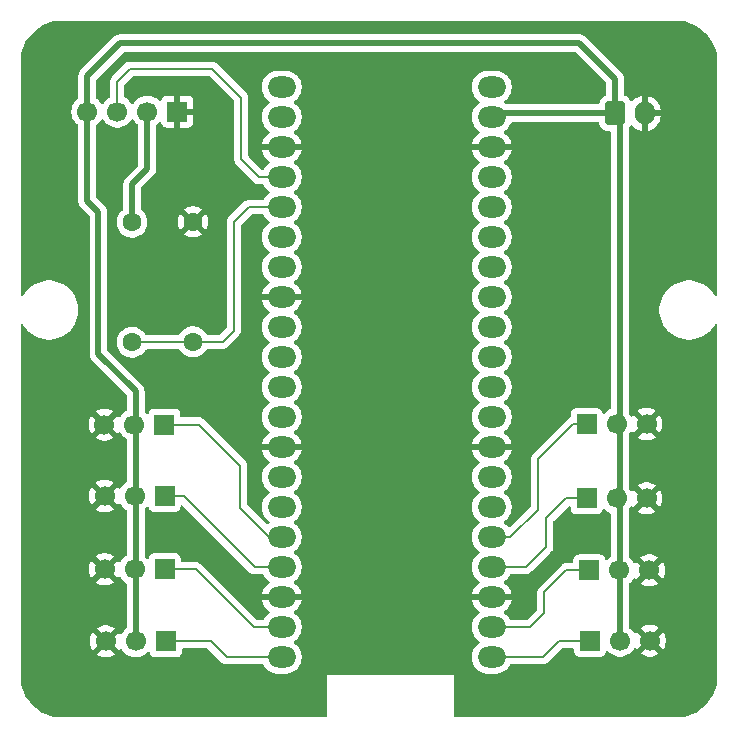
<source format=gbr>
%TF.GenerationSoftware,KiCad,Pcbnew,9.0.5*%
%TF.CreationDate,2025-10-27T16:41:44+01:00*%
%TF.ProjectId,motherboard,6d6f7468-6572-4626-9f61-72642e6b6963,rev?*%
%TF.SameCoordinates,Original*%
%TF.FileFunction,Copper,L2,Bot*%
%TF.FilePolarity,Positive*%
%FSLAX46Y46*%
G04 Gerber Fmt 4.6, Leading zero omitted, Abs format (unit mm)*
G04 Created by KiCad (PCBNEW 9.0.5) date 2025-10-27 16:41:44*
%MOMM*%
%LPD*%
G01*
G04 APERTURE LIST*
G04 Aperture macros list*
%AMRoundRect*
0 Rectangle with rounded corners*
0 $1 Rounding radius*
0 $2 $3 $4 $5 $6 $7 $8 $9 X,Y pos of 4 corners*
0 Add a 4 corners polygon primitive as box body*
4,1,4,$2,$3,$4,$5,$6,$7,$8,$9,$2,$3,0*
0 Add four circle primitives for the rounded corners*
1,1,$1+$1,$2,$3*
1,1,$1+$1,$4,$5*
1,1,$1+$1,$6,$7*
1,1,$1+$1,$8,$9*
0 Add four rect primitives between the rounded corners*
20,1,$1+$1,$2,$3,$4,$5,0*
20,1,$1+$1,$4,$5,$6,$7,0*
20,1,$1+$1,$6,$7,$8,$9,0*
20,1,$1+$1,$8,$9,$2,$3,0*%
G04 Aperture macros list end*
%TA.AperFunction,ComponentPad*%
%ADD10R,1.700000X1.700000*%
%TD*%
%TA.AperFunction,ComponentPad*%
%ADD11C,1.700000*%
%TD*%
%TA.AperFunction,ComponentPad*%
%ADD12O,2.400000X1.800000*%
%TD*%
%TA.AperFunction,ComponentPad*%
%ADD13C,1.600000*%
%TD*%
%TA.AperFunction,ComponentPad*%
%ADD14RoundRect,0.250000X-0.600000X-0.750000X0.600000X-0.750000X0.600000X0.750000X-0.600000X0.750000X0*%
%TD*%
%TA.AperFunction,ComponentPad*%
%ADD15O,1.700000X2.000000*%
%TD*%
%TA.AperFunction,Conductor*%
%ADD16C,0.200000*%
%TD*%
%TA.AperFunction,Conductor*%
%ADD17C,0.500000*%
%TD*%
G04 APERTURE END LIST*
D10*
%TO.P,J10,1*%
%TO.N,Net-(A1-GPIO19)*%
X168570000Y-104600000D03*
D11*
%TO.P,J10,2*%
%TO.N,/5V*%
X171110000Y-104600000D03*
%TO.P,J10,3*%
%TO.N,GND*%
X173650000Y-104600000D03*
%TD*%
D10*
%TO.P,J9,1*%
%TO.N,Net-(A1-GPIO18)*%
X168570000Y-110900000D03*
D11*
%TO.P,J9,2*%
%TO.N,/5V*%
X171110000Y-110900000D03*
%TO.P,J9,3*%
%TO.N,GND*%
X173650000Y-110900000D03*
%TD*%
D10*
%TO.P,J8,1*%
%TO.N,Net-(A1-GPIO12)*%
X132840000Y-104650000D03*
D11*
%TO.P,J8,2*%
%TO.N,/5V*%
X130300000Y-104650000D03*
%TO.P,J8,3*%
%TO.N,GND*%
X127760000Y-104650000D03*
%TD*%
D10*
%TO.P,J7,1*%
%TO.N,Net-(A1-GPIO13)*%
X132850000Y-110700000D03*
D11*
%TO.P,J7,2*%
%TO.N,/5V*%
X130310000Y-110700000D03*
%TO.P,J7,3*%
%TO.N,GND*%
X127770000Y-110700000D03*
%TD*%
D12*
%TO.P,A1,1,GPIO0*%
%TO.N,unconnected-(A1-GPIO0-Pad1)*%
X142770000Y-76080000D03*
%TO.P,A1,2,GPIO1*%
%TO.N,unconnected-(A1-GPIO1-Pad2)*%
X142770000Y-78620000D03*
%TO.P,A1,3,GND*%
%TO.N,GND*%
X142770000Y-81160000D03*
%TO.P,A1,4,GPIO2*%
%TO.N,Net-(A1-GPIO2)*%
X142770000Y-83700000D03*
%TO.P,A1,5,GPIO3*%
%TO.N,Net-(A1-GPIO3)*%
X142770000Y-86240000D03*
%TO.P,A1,6,GPIO4*%
%TO.N,unconnected-(A1-GPIO4-Pad6)*%
X142770000Y-88780000D03*
%TO.P,A1,7,GPIO5*%
%TO.N,unconnected-(A1-GPIO5-Pad7)*%
X142770000Y-91320000D03*
%TO.P,A1,8,GND*%
%TO.N,GND*%
X142770000Y-93860000D03*
%TO.P,A1,9,GPIO6*%
%TO.N,unconnected-(A1-GPIO6-Pad9)*%
X142770000Y-96400000D03*
%TO.P,A1,10,GPIO7*%
%TO.N,unconnected-(A1-GPIO7-Pad10)*%
X142770000Y-98940000D03*
%TO.P,A1,11,GPIO8*%
%TO.N,unconnected-(A1-GPIO8-Pad11)*%
X142770000Y-101480000D03*
%TO.P,A1,12,GPIO9*%
%TO.N,unconnected-(A1-GPIO9-Pad12)*%
X142770000Y-104020000D03*
%TO.P,A1,13,GND*%
%TO.N,GND*%
X142770000Y-106560000D03*
%TO.P,A1,14,GPIO10*%
%TO.N,unconnected-(A1-GPIO10-Pad14)*%
X142770000Y-109100000D03*
%TO.P,A1,15,GPIO11*%
%TO.N,unconnected-(A1-GPIO11-Pad15)*%
X142770000Y-111640000D03*
%TO.P,A1,16,GPIO12*%
%TO.N,Net-(A1-GPIO12)*%
X142770000Y-114180000D03*
%TO.P,A1,17,GPIO13*%
%TO.N,Net-(A1-GPIO13)*%
X142770000Y-116720000D03*
%TO.P,A1,18,GND*%
%TO.N,GND*%
X142770000Y-119260000D03*
%TO.P,A1,19,GPIO14*%
%TO.N,Net-(A1-GPIO14)*%
X142770000Y-121800000D03*
%TO.P,A1,20,GPIO15*%
%TO.N,Net-(A1-GPIO15)*%
X142770000Y-124340000D03*
%TO.P,A1,21,GPIO16*%
%TO.N,Net-(A1-GPIO16)*%
X160550000Y-124340000D03*
%TO.P,A1,22,GPIO17*%
%TO.N,Net-(A1-GPIO17)*%
X160550000Y-121800000D03*
%TO.P,A1,23,GND*%
%TO.N,GND*%
X160550000Y-119260000D03*
%TO.P,A1,24,GPIO18*%
%TO.N,Net-(A1-GPIO18)*%
X160550000Y-116720000D03*
%TO.P,A1,25,GPIO19*%
%TO.N,Net-(A1-GPIO19)*%
X160550000Y-114180000D03*
%TO.P,A1,26,GPIO20*%
%TO.N,unconnected-(A1-GPIO20-Pad26)*%
X160550000Y-111640000D03*
%TO.P,A1,27,GPIO21*%
%TO.N,unconnected-(A1-GPIO21-Pad27)*%
X160550000Y-109100000D03*
%TO.P,A1,28,GND*%
%TO.N,GND*%
X160550000Y-106560000D03*
%TO.P,A1,29,GPIO22*%
%TO.N,unconnected-(A1-GPIO22-Pad29)*%
X160550000Y-104020000D03*
%TO.P,A1,30,RUN*%
%TO.N,unconnected-(A1-RUN-Pad30)*%
X160550000Y-101480000D03*
%TO.P,A1,31,GPIO26_ADC0*%
%TO.N,unconnected-(A1-GPIO26_ADC0-Pad31)*%
X160550000Y-98940000D03*
%TO.P,A1,32,GPIO27_ADC1*%
%TO.N,unconnected-(A1-GPIO27_ADC1-Pad32)*%
X160550000Y-96400000D03*
%TO.P,A1,33,AGND*%
%TO.N,unconnected-(A1-AGND-Pad33)*%
X160550000Y-93860000D03*
%TO.P,A1,34,GPIO28_ADC2*%
%TO.N,unconnected-(A1-GPIO28_ADC2-Pad34)*%
X160550000Y-91320000D03*
%TO.P,A1,35,ADC_VREF*%
%TO.N,unconnected-(A1-ADC_VREF-Pad35)*%
X160550000Y-88780000D03*
%TO.P,A1,36,3V3*%
%TO.N,unconnected-(A1-3V3-Pad36)*%
X160550000Y-86240000D03*
%TO.P,A1,37,3V3_EN*%
%TO.N,unconnected-(A1-3V3_EN-Pad37)*%
X160550000Y-83700000D03*
%TO.P,A1,38,GND*%
%TO.N,GND*%
X160550000Y-81160000D03*
%TO.P,A1,39,VSYS*%
%TO.N,/5V*%
X160550000Y-78620000D03*
%TO.P,A1,40,VBUS*%
%TO.N,unconnected-(A1-VBUS-Pad40)*%
X160550000Y-76080000D03*
%TD*%
D13*
%TO.P,R2,1*%
%TO.N,GND*%
X135250000Y-87470000D03*
%TO.P,R2,2*%
%TO.N,Net-(A1-GPIO3)*%
X135250000Y-97630000D03*
%TD*%
%TO.P,R1,1*%
%TO.N,Net-(A1-GPIO3)*%
X130100000Y-97680000D03*
%TO.P,R1,2*%
%TO.N,/ECHO*%
X130100000Y-87520000D03*
%TD*%
D10*
%TO.P,J6,1*%
%TO.N,GND*%
X133920000Y-78150000D03*
D11*
%TO.P,J6,2*%
%TO.N,/ECHO*%
X131380000Y-78150000D03*
%TO.P,J6,3*%
%TO.N,Net-(A1-GPIO2)*%
X128840000Y-78150000D03*
%TO.P,J6,4*%
%TO.N,/5V*%
X126300000Y-78150000D03*
%TD*%
D10*
%TO.P,J5,1*%
%TO.N,Net-(A1-GPIO16)*%
X168860000Y-122950000D03*
D11*
%TO.P,J5,2*%
%TO.N,/5V*%
X171400000Y-122950000D03*
%TO.P,J5,3*%
%TO.N,GND*%
X173940000Y-122950000D03*
%TD*%
D10*
%TO.P,J4,1*%
%TO.N,Net-(A1-GPIO17)*%
X168810000Y-117000000D03*
D11*
%TO.P,J4,2*%
%TO.N,/5V*%
X171350000Y-117000000D03*
%TO.P,J4,3*%
%TO.N,GND*%
X173890000Y-117000000D03*
%TD*%
D10*
%TO.P,J3,1*%
%TO.N,Net-(A1-GPIO14)*%
X132850000Y-116900000D03*
D11*
%TO.P,J3,2*%
%TO.N,/5V*%
X130310000Y-116900000D03*
%TO.P,J3,3*%
%TO.N,GND*%
X127770000Y-116900000D03*
%TD*%
D14*
%TO.P,J2,1*%
%TO.N,/5V*%
X171000000Y-78300000D03*
D15*
%TO.P,J2,2*%
%TO.N,GND*%
X173500000Y-78300000D03*
%TD*%
D10*
%TO.P,J1,1*%
%TO.N,Net-(A1-GPIO15)*%
X132940000Y-123000000D03*
D11*
%TO.P,J1,2*%
%TO.N,/5V*%
X130400000Y-123000000D03*
%TO.P,J1,3*%
%TO.N,GND*%
X127860000Y-123000000D03*
%TD*%
D16*
%TO.N,Net-(A1-GPIO19)*%
X168570000Y-104600000D02*
X167450000Y-104600000D01*
X162120000Y-114180000D02*
X160550000Y-114180000D01*
X167450000Y-104600000D02*
X164450000Y-107600000D01*
X164450000Y-107600000D02*
X164450000Y-111850000D01*
X164450000Y-111850000D02*
X162120000Y-114180000D01*
%TO.N,Net-(A1-GPIO18)*%
X168570000Y-110900000D02*
X166850000Y-110900000D01*
X166850000Y-110900000D02*
X165150000Y-112600000D01*
X165150000Y-112600000D02*
X165150000Y-115000000D01*
X165150000Y-115000000D02*
X163430000Y-116720000D01*
X163430000Y-116720000D02*
X160550000Y-116720000D01*
%TO.N,Net-(A1-GPIO17)*%
X168810000Y-117000000D02*
X166850000Y-117000000D01*
X163800000Y-121800000D02*
X160550000Y-121800000D01*
X166850000Y-117000000D02*
X165000000Y-118850000D01*
X165000000Y-118850000D02*
X165000000Y-120600000D01*
X165000000Y-120600000D02*
X163800000Y-121800000D01*
%TO.N,Net-(A1-GPIO16)*%
X166250000Y-122950000D02*
X164850000Y-124350000D01*
X168860000Y-122950000D02*
X166250000Y-122950000D01*
X164850000Y-124350000D02*
X164840000Y-124340000D01*
X164840000Y-124340000D02*
X160550000Y-124340000D01*
%TO.N,Net-(A1-GPIO15)*%
X136750000Y-123000000D02*
X138100000Y-124350000D01*
X132940000Y-123000000D02*
X136750000Y-123000000D01*
X138100000Y-124350000D02*
X138110000Y-124340000D01*
X138110000Y-124340000D02*
X142770000Y-124340000D01*
%TO.N,Net-(A1-GPIO14)*%
X132850000Y-116900000D02*
X135500000Y-116900000D01*
X135500000Y-116900000D02*
X140400000Y-121800000D01*
X140400000Y-121800000D02*
X142770000Y-121800000D01*
%TO.N,Net-(A1-GPIO13)*%
X132850000Y-110700000D02*
X134450000Y-110700000D01*
X134450000Y-110700000D02*
X140470000Y-116720000D01*
X140470000Y-116720000D02*
X142770000Y-116720000D01*
%TO.N,Net-(A1-GPIO12)*%
X132840000Y-104650000D02*
X135750000Y-104650000D01*
X135750000Y-104650000D02*
X139250000Y-108150000D01*
X139250000Y-108150000D02*
X139250000Y-111700000D01*
X139250000Y-111700000D02*
X141730000Y-114180000D01*
X141730000Y-114180000D02*
X142770000Y-114180000D01*
D17*
%TO.N,/5V*%
X171000000Y-78300000D02*
X171000000Y-78450000D01*
X171000000Y-78450000D02*
X171400000Y-78850000D01*
X171400000Y-78850000D02*
X171400000Y-122950000D01*
X126300000Y-78150000D02*
X126300000Y-85700000D01*
X126300000Y-85700000D02*
X127250000Y-86650000D01*
X127250000Y-86650000D02*
X127250000Y-98700000D01*
X127250000Y-98700000D02*
X130400000Y-101850000D01*
X130400000Y-101850000D02*
X130400000Y-123000000D01*
%TO.N,/ECHO*%
X130100000Y-87520000D02*
X130100000Y-84300000D01*
X130100000Y-84300000D02*
X131380000Y-83020000D01*
X131380000Y-83020000D02*
X131380000Y-78150000D01*
D16*
%TO.N,Net-(A1-GPIO3)*%
X135250000Y-97630000D02*
X137770000Y-97630000D01*
X137770000Y-97630000D02*
X138700000Y-96700000D01*
X138700000Y-96700000D02*
X138700000Y-87500000D01*
X138700000Y-87500000D02*
X139960000Y-86240000D01*
X139960000Y-86240000D02*
X142770000Y-86240000D01*
X130100000Y-97680000D02*
X135200000Y-97680000D01*
X135200000Y-97680000D02*
X135250000Y-97630000D01*
%TO.N,Net-(A1-GPIO2)*%
X139350000Y-77000000D02*
X139350000Y-82200000D01*
X139350000Y-82200000D02*
X140850000Y-83700000D01*
X128840000Y-78150000D02*
X128840000Y-75610000D01*
X128840000Y-75610000D02*
X129900000Y-74550000D01*
X129900000Y-74550000D02*
X136900000Y-74550000D01*
X140850000Y-83700000D02*
X142770000Y-83700000D01*
X136900000Y-74550000D02*
X139350000Y-77000000D01*
D17*
%TO.N,/5V*%
X171000000Y-78300000D02*
X171000000Y-75400000D01*
X171000000Y-75400000D02*
X167950000Y-72350000D01*
X167950000Y-72350000D02*
X129100000Y-72350000D01*
X129100000Y-72350000D02*
X126300000Y-75150000D01*
X126300000Y-75150000D02*
X126300000Y-78150000D01*
X171000000Y-78300000D02*
X160870000Y-78300000D01*
X160870000Y-78300000D02*
X160550000Y-78620000D01*
%TD*%
%TA.AperFunction,Conductor*%
%TO.N,GND*%
G36*
X134405703Y-111505384D02*
G01*
X134412180Y-111511415D01*
X140101284Y-117200520D01*
X140101286Y-117200521D01*
X140101290Y-117200524D01*
X140238209Y-117279573D01*
X140238216Y-117279577D01*
X140390943Y-117320501D01*
X140390945Y-117320501D01*
X140556654Y-117320501D01*
X140556670Y-117320500D01*
X141128164Y-117320500D01*
X141195203Y-117340185D01*
X141238648Y-117388204D01*
X141272185Y-117454023D01*
X141401752Y-117632358D01*
X141401756Y-117632363D01*
X141557636Y-117788243D01*
X141557641Y-117788247D01*
X141697680Y-117889991D01*
X141740346Y-117945320D01*
X141746325Y-118014934D01*
X141713720Y-118076729D01*
X141697681Y-118090627D01*
X141557959Y-118192142D01*
X141557958Y-118192142D01*
X141402142Y-118347958D01*
X141272613Y-118526239D01*
X141172567Y-118722589D01*
X141104473Y-118932161D01*
X141104473Y-118932164D01*
X141092145Y-119010000D01*
X142336988Y-119010000D01*
X142304075Y-119067007D01*
X142270000Y-119194174D01*
X142270000Y-119325826D01*
X142304075Y-119452993D01*
X142336988Y-119510000D01*
X141092145Y-119510000D01*
X141104473Y-119587835D01*
X141104473Y-119587838D01*
X141172567Y-119797410D01*
X141272613Y-119993760D01*
X141402142Y-120172041D01*
X141557958Y-120327857D01*
X141557964Y-120327862D01*
X141697680Y-120429372D01*
X141740346Y-120484702D01*
X141746325Y-120554315D01*
X141713719Y-120616110D01*
X141697681Y-120630008D01*
X141557636Y-120731756D01*
X141401756Y-120887636D01*
X141401752Y-120887641D01*
X141272185Y-121065976D01*
X141238648Y-121131796D01*
X141190674Y-121182591D01*
X141128164Y-121199500D01*
X140700097Y-121199500D01*
X140633058Y-121179815D01*
X140612416Y-121163181D01*
X135987590Y-116538355D01*
X135987588Y-116538352D01*
X135868717Y-116419481D01*
X135868716Y-116419480D01*
X135781904Y-116369360D01*
X135781904Y-116369359D01*
X135781900Y-116369358D01*
X135731785Y-116340423D01*
X135579057Y-116299499D01*
X135420943Y-116299499D01*
X135413347Y-116299499D01*
X135413331Y-116299500D01*
X134324499Y-116299500D01*
X134257460Y-116279815D01*
X134211705Y-116227011D01*
X134200499Y-116175500D01*
X134200499Y-116002129D01*
X134200498Y-116002123D01*
X134198762Y-115985976D01*
X134194091Y-115942517D01*
X134193736Y-115941566D01*
X134143797Y-115807671D01*
X134143793Y-115807664D01*
X134057547Y-115692455D01*
X134057544Y-115692452D01*
X133942335Y-115606206D01*
X133942328Y-115606202D01*
X133807482Y-115555908D01*
X133807483Y-115555908D01*
X133747883Y-115549501D01*
X133747881Y-115549500D01*
X133747873Y-115549500D01*
X133747864Y-115549500D01*
X131952129Y-115549500D01*
X131952123Y-115549501D01*
X131892516Y-115555908D01*
X131757671Y-115606202D01*
X131757664Y-115606206D01*
X131642455Y-115692452D01*
X131642452Y-115692455D01*
X131556206Y-115807664D01*
X131556203Y-115807669D01*
X131507189Y-115939083D01*
X131465317Y-115995016D01*
X131399853Y-116019433D01*
X131331580Y-116004581D01*
X131303326Y-115983430D01*
X131186819Y-115866923D01*
X131153334Y-115805600D01*
X131150500Y-115779242D01*
X131150500Y-111820758D01*
X131170185Y-111753719D01*
X131186818Y-111733077D01*
X131189788Y-111730106D01*
X131189792Y-111730104D01*
X131303329Y-111616566D01*
X131364648Y-111583084D01*
X131434340Y-111588068D01*
X131490274Y-111629939D01*
X131507189Y-111660917D01*
X131556202Y-111792328D01*
X131556206Y-111792335D01*
X131642452Y-111907544D01*
X131642455Y-111907547D01*
X131757664Y-111993793D01*
X131757671Y-111993797D01*
X131892517Y-112044091D01*
X131892516Y-112044091D01*
X131899444Y-112044835D01*
X131952127Y-112050500D01*
X133747872Y-112050499D01*
X133807483Y-112044091D01*
X133942331Y-111993796D01*
X134057546Y-111907546D01*
X134143796Y-111792331D01*
X134194091Y-111657483D01*
X134200500Y-111597873D01*
X134200500Y-111597845D01*
X134200678Y-111594548D01*
X134201817Y-111594609D01*
X134220185Y-111532058D01*
X134272989Y-111486303D01*
X134342147Y-111476359D01*
X134405703Y-111505384D01*
G37*
%TD.AperFunction*%
%TA.AperFunction,Conductor*%
G36*
X167138835Y-111562914D02*
G01*
X167194768Y-111604786D01*
X167219185Y-111670250D01*
X167219501Y-111679096D01*
X167219501Y-111797876D01*
X167225908Y-111857483D01*
X167276202Y-111992328D01*
X167276206Y-111992335D01*
X167362452Y-112107544D01*
X167362455Y-112107547D01*
X167477664Y-112193793D01*
X167477671Y-112193797D01*
X167612517Y-112244091D01*
X167612516Y-112244091D01*
X167619444Y-112244835D01*
X167672127Y-112250500D01*
X169467872Y-112250499D01*
X169527483Y-112244091D01*
X169662331Y-112193796D01*
X169777546Y-112107546D01*
X169863796Y-111992331D01*
X169912810Y-111860916D01*
X169954681Y-111804984D01*
X170020145Y-111780566D01*
X170088418Y-111795417D01*
X170116673Y-111816569D01*
X170230213Y-111930109D01*
X170402182Y-112055050D01*
X170402184Y-112055051D01*
X170581795Y-112146567D01*
X170632590Y-112194540D01*
X170649500Y-112257051D01*
X170649500Y-115776452D01*
X170629815Y-115843491D01*
X170598385Y-115876770D01*
X170470215Y-115969889D01*
X170356673Y-116083431D01*
X170295350Y-116116915D01*
X170225658Y-116111931D01*
X170169725Y-116070059D01*
X170152810Y-116039082D01*
X170103797Y-115907671D01*
X170103793Y-115907664D01*
X170017547Y-115792455D01*
X170017544Y-115792452D01*
X169902335Y-115706206D01*
X169902328Y-115706202D01*
X169767482Y-115655908D01*
X169767483Y-115655908D01*
X169707883Y-115649501D01*
X169707881Y-115649500D01*
X169707873Y-115649500D01*
X169707864Y-115649500D01*
X167912129Y-115649500D01*
X167912123Y-115649501D01*
X167852516Y-115655908D01*
X167717671Y-115706202D01*
X167717664Y-115706206D01*
X167602455Y-115792452D01*
X167602452Y-115792455D01*
X167516206Y-115907664D01*
X167516202Y-115907671D01*
X167465908Y-116042517D01*
X167459501Y-116102116D01*
X167459500Y-116102135D01*
X167459500Y-116275500D01*
X167439815Y-116342539D01*
X167387011Y-116388294D01*
X167335500Y-116399500D01*
X166929057Y-116399500D01*
X166770943Y-116399500D01*
X166618215Y-116440423D01*
X166618214Y-116440423D01*
X166618212Y-116440424D01*
X166618209Y-116440425D01*
X166568096Y-116469359D01*
X166568095Y-116469360D01*
X166524689Y-116494420D01*
X166481285Y-116519479D01*
X166481282Y-116519481D01*
X164519481Y-118481282D01*
X164519479Y-118481285D01*
X164469361Y-118568094D01*
X164469359Y-118568096D01*
X164440425Y-118618209D01*
X164440424Y-118618210D01*
X164440423Y-118618215D01*
X164399499Y-118770943D01*
X164399499Y-118770945D01*
X164399499Y-118939046D01*
X164399500Y-118939059D01*
X164399500Y-120299903D01*
X164379815Y-120366942D01*
X164363181Y-120387584D01*
X163587584Y-121163181D01*
X163526261Y-121196666D01*
X163499903Y-121199500D01*
X162191836Y-121199500D01*
X162124797Y-121179815D01*
X162081352Y-121131796D01*
X162047814Y-121065976D01*
X161918247Y-120887641D01*
X161918243Y-120887636D01*
X161762363Y-120731756D01*
X161762358Y-120731752D01*
X161622319Y-120630008D01*
X161579653Y-120574678D01*
X161573674Y-120505065D01*
X161606279Y-120443270D01*
X161622319Y-120429372D01*
X161762035Y-120327862D01*
X161762041Y-120327857D01*
X161917857Y-120172041D01*
X162047386Y-119993760D01*
X162147432Y-119797410D01*
X162215526Y-119587838D01*
X162215526Y-119587835D01*
X162227855Y-119510000D01*
X160983012Y-119510000D01*
X161015925Y-119452993D01*
X161050000Y-119325826D01*
X161050000Y-119194174D01*
X161015925Y-119067007D01*
X160983012Y-119010000D01*
X162227855Y-119010000D01*
X162215526Y-118932164D01*
X162215526Y-118932161D01*
X162147432Y-118722589D01*
X162047386Y-118526239D01*
X161917857Y-118347958D01*
X161762041Y-118192142D01*
X161622318Y-118090627D01*
X161579653Y-118035297D01*
X161573674Y-117965684D01*
X161606280Y-117903889D01*
X161622313Y-117889994D01*
X161762365Y-117788242D01*
X161918242Y-117632365D01*
X162047815Y-117454022D01*
X162081352Y-117388204D01*
X162129326Y-117337409D01*
X162191836Y-117320500D01*
X163343331Y-117320500D01*
X163343347Y-117320501D01*
X163350943Y-117320501D01*
X163509054Y-117320501D01*
X163509057Y-117320501D01*
X163661785Y-117279577D01*
X163711904Y-117250639D01*
X163798716Y-117200520D01*
X163910520Y-117088716D01*
X163910520Y-117088714D01*
X163920728Y-117078507D01*
X163920730Y-117078504D01*
X165508506Y-115490728D01*
X165508511Y-115490724D01*
X165518714Y-115480520D01*
X165518716Y-115480520D01*
X165630520Y-115368716D01*
X165709577Y-115231784D01*
X165750500Y-115079057D01*
X165750500Y-112900097D01*
X165770185Y-112833058D01*
X165786819Y-112812416D01*
X167007820Y-111591415D01*
X167069143Y-111557930D01*
X167138835Y-111562914D01*
G37*
%TD.AperFunction*%
%TA.AperFunction,Conductor*%
G36*
X169599504Y-79070185D02*
G01*
X169645259Y-79122989D01*
X169655823Y-79161898D01*
X169660001Y-79202797D01*
X169660001Y-79202799D01*
X169697750Y-79316716D01*
X169715186Y-79369334D01*
X169807288Y-79518656D01*
X169931344Y-79642712D01*
X170080666Y-79734814D01*
X170247203Y-79789999D01*
X170349991Y-79800500D01*
X170525500Y-79800499D01*
X170592539Y-79820183D01*
X170638294Y-79872987D01*
X170649500Y-79924499D01*
X170649500Y-103242947D01*
X170629815Y-103309986D01*
X170581795Y-103353432D01*
X170402180Y-103444951D01*
X170230215Y-103569889D01*
X170116673Y-103683431D01*
X170055350Y-103716915D01*
X169985658Y-103711931D01*
X169929725Y-103670059D01*
X169912810Y-103639082D01*
X169863797Y-103507671D01*
X169863793Y-103507664D01*
X169777547Y-103392455D01*
X169777544Y-103392452D01*
X169662335Y-103306206D01*
X169662328Y-103306202D01*
X169527482Y-103255908D01*
X169527483Y-103255908D01*
X169467883Y-103249501D01*
X169467881Y-103249500D01*
X169467873Y-103249500D01*
X169467864Y-103249500D01*
X167672129Y-103249500D01*
X167672123Y-103249501D01*
X167612516Y-103255908D01*
X167477671Y-103306202D01*
X167477664Y-103306206D01*
X167362455Y-103392452D01*
X167362452Y-103392455D01*
X167276206Y-103507664D01*
X167276202Y-103507671D01*
X167225908Y-103642517D01*
X167219501Y-103702116D01*
X167219500Y-103702135D01*
X167219500Y-103968089D01*
X167199815Y-104035128D01*
X167157500Y-104075476D01*
X167081287Y-104119477D01*
X167081282Y-104119481D01*
X163969481Y-107231282D01*
X163969479Y-107231285D01*
X163919361Y-107318094D01*
X163919359Y-107318096D01*
X163890425Y-107368209D01*
X163890424Y-107368210D01*
X163890423Y-107368215D01*
X163849499Y-107520943D01*
X163849499Y-107520945D01*
X163849499Y-107689046D01*
X163849500Y-107689059D01*
X163849500Y-111549902D01*
X163829815Y-111616941D01*
X163813181Y-111637583D01*
X162132370Y-113318393D01*
X162071047Y-113351878D01*
X162001355Y-113346894D01*
X161945422Y-113305022D01*
X161944371Y-113303597D01*
X161918247Y-113267641D01*
X161918243Y-113267636D01*
X161762363Y-113111756D01*
X161762358Y-113111752D01*
X161622745Y-113010318D01*
X161580079Y-112954989D01*
X161574100Y-112885375D01*
X161606705Y-112823580D01*
X161622745Y-112809682D01*
X161762358Y-112708247D01*
X161762356Y-112708247D01*
X161762365Y-112708242D01*
X161918242Y-112552365D01*
X162047815Y-112374022D01*
X162147895Y-112177606D01*
X162216015Y-111967951D01*
X162250500Y-111750222D01*
X162250500Y-111529778D01*
X162216015Y-111312049D01*
X162147895Y-111102394D01*
X162147895Y-111102393D01*
X162099292Y-111007007D01*
X162047815Y-110905978D01*
X161975356Y-110806246D01*
X161918247Y-110727641D01*
X161918243Y-110727636D01*
X161762363Y-110571756D01*
X161762358Y-110571752D01*
X161622745Y-110470318D01*
X161580079Y-110414989D01*
X161574100Y-110345375D01*
X161606705Y-110283580D01*
X161622745Y-110269682D01*
X161762358Y-110168247D01*
X161762366Y-110168241D01*
X161831108Y-110099499D01*
X161918242Y-110012365D01*
X162047815Y-109834022D01*
X162147895Y-109637606D01*
X162216015Y-109427951D01*
X162250500Y-109210222D01*
X162250500Y-108989778D01*
X162216015Y-108772049D01*
X162147895Y-108562394D01*
X162147895Y-108562393D01*
X162090676Y-108450097D01*
X162047815Y-108365978D01*
X162031260Y-108343192D01*
X161918247Y-108187641D01*
X161918243Y-108187636D01*
X161762363Y-108031756D01*
X161762358Y-108031752D01*
X161622319Y-107930008D01*
X161579653Y-107874678D01*
X161573674Y-107805065D01*
X161606279Y-107743270D01*
X161622319Y-107729372D01*
X161762035Y-107627862D01*
X161762041Y-107627857D01*
X161917857Y-107472041D01*
X162047386Y-107293760D01*
X162147432Y-107097410D01*
X162215526Y-106887838D01*
X162215526Y-106887835D01*
X162227855Y-106810000D01*
X160983012Y-106810000D01*
X161015925Y-106752993D01*
X161050000Y-106625826D01*
X161050000Y-106494174D01*
X161015925Y-106367007D01*
X160983012Y-106310000D01*
X162227855Y-106310000D01*
X162215526Y-106232164D01*
X162215526Y-106232161D01*
X162147432Y-106022589D01*
X162047386Y-105826239D01*
X161917857Y-105647958D01*
X161762041Y-105492142D01*
X161622318Y-105390627D01*
X161579653Y-105335297D01*
X161573674Y-105265684D01*
X161606280Y-105203889D01*
X161622313Y-105189994D01*
X161762365Y-105088242D01*
X161918242Y-104932365D01*
X162047815Y-104754022D01*
X162147895Y-104557606D01*
X162216015Y-104347951D01*
X162250500Y-104130222D01*
X162250500Y-103909778D01*
X162216015Y-103692049D01*
X162156106Y-103507664D01*
X162147896Y-103482396D01*
X162147895Y-103482393D01*
X162083596Y-103356202D01*
X162047815Y-103285978D01*
X162016551Y-103242947D01*
X161918247Y-103107641D01*
X161918243Y-103107636D01*
X161762363Y-102951756D01*
X161762358Y-102951752D01*
X161622745Y-102850318D01*
X161580079Y-102794989D01*
X161574100Y-102725375D01*
X161606705Y-102663580D01*
X161622745Y-102649682D01*
X161762358Y-102548247D01*
X161762356Y-102548247D01*
X161762365Y-102548242D01*
X161918242Y-102392365D01*
X162047815Y-102214022D01*
X162147895Y-102017606D01*
X162216015Y-101807951D01*
X162250500Y-101590222D01*
X162250500Y-101369778D01*
X162216015Y-101152049D01*
X162147895Y-100942394D01*
X162147895Y-100942393D01*
X162113237Y-100874375D01*
X162047815Y-100745978D01*
X162031260Y-100723192D01*
X161918247Y-100567641D01*
X161918243Y-100567636D01*
X161762363Y-100411756D01*
X161762358Y-100411752D01*
X161622745Y-100310318D01*
X161580079Y-100254989D01*
X161574100Y-100185375D01*
X161606705Y-100123580D01*
X161622745Y-100109682D01*
X161762358Y-100008247D01*
X161762356Y-100008247D01*
X161762365Y-100008242D01*
X161918242Y-99852365D01*
X162047815Y-99674022D01*
X162147895Y-99477606D01*
X162216015Y-99267951D01*
X162250500Y-99050222D01*
X162250500Y-98829778D01*
X162216015Y-98612049D01*
X162147895Y-98402394D01*
X162147895Y-98402393D01*
X162068925Y-98247409D01*
X162047815Y-98205978D01*
X162028374Y-98179219D01*
X161918247Y-98027641D01*
X161918243Y-98027636D01*
X161762363Y-97871756D01*
X161762358Y-97871752D01*
X161622745Y-97770318D01*
X161580079Y-97714989D01*
X161574100Y-97645375D01*
X161606705Y-97583580D01*
X161622745Y-97569682D01*
X161762358Y-97468247D01*
X161762356Y-97468247D01*
X161762365Y-97468242D01*
X161918242Y-97312365D01*
X162047815Y-97134022D01*
X162147895Y-96937606D01*
X162216015Y-96727951D01*
X162250500Y-96510222D01*
X162250500Y-96289778D01*
X162216015Y-96072049D01*
X162147895Y-95862394D01*
X162147895Y-95862393D01*
X162113237Y-95794375D01*
X162047815Y-95665978D01*
X161944542Y-95523834D01*
X161918247Y-95487641D01*
X161918243Y-95487636D01*
X161762363Y-95331756D01*
X161762358Y-95331752D01*
X161622745Y-95230318D01*
X161580079Y-95174989D01*
X161574100Y-95105375D01*
X161606705Y-95043580D01*
X161622745Y-95029682D01*
X161762358Y-94928247D01*
X161762356Y-94928247D01*
X161762365Y-94928242D01*
X161918242Y-94772365D01*
X162047815Y-94594022D01*
X162147895Y-94397606D01*
X162216015Y-94187951D01*
X162250500Y-93970222D01*
X162250500Y-93749778D01*
X162216015Y-93532049D01*
X162160114Y-93360000D01*
X162147896Y-93322396D01*
X162147895Y-93322393D01*
X162113237Y-93254375D01*
X162047815Y-93125978D01*
X161918477Y-92947958D01*
X161918247Y-92947641D01*
X161918243Y-92947636D01*
X161762363Y-92791756D01*
X161762358Y-92791752D01*
X161622745Y-92690318D01*
X161580079Y-92634989D01*
X161574100Y-92565375D01*
X161606705Y-92503580D01*
X161622745Y-92489682D01*
X161762358Y-92388247D01*
X161762356Y-92388247D01*
X161762365Y-92388242D01*
X161918242Y-92232365D01*
X162047815Y-92054022D01*
X162147895Y-91857606D01*
X162216015Y-91647951D01*
X162250500Y-91430222D01*
X162250500Y-91209778D01*
X162216015Y-90992049D01*
X162147895Y-90782394D01*
X162147895Y-90782393D01*
X162113237Y-90714375D01*
X162047815Y-90585978D01*
X162031260Y-90563192D01*
X161918247Y-90407641D01*
X161918243Y-90407636D01*
X161762363Y-90251756D01*
X161762358Y-90251752D01*
X161622745Y-90150318D01*
X161580079Y-90094989D01*
X161574100Y-90025375D01*
X161606705Y-89963580D01*
X161622745Y-89949682D01*
X161762358Y-89848247D01*
X161762356Y-89848247D01*
X161762365Y-89848242D01*
X161918242Y-89692365D01*
X162047815Y-89514022D01*
X162147895Y-89317606D01*
X162216015Y-89107951D01*
X162250500Y-88890222D01*
X162250500Y-88669778D01*
X162216015Y-88452049D01*
X162147895Y-88242394D01*
X162147895Y-88242393D01*
X162101505Y-88151349D01*
X162047815Y-88045978D01*
X161991910Y-87969031D01*
X161918247Y-87867641D01*
X161918243Y-87867636D01*
X161762363Y-87711756D01*
X161762358Y-87711752D01*
X161622745Y-87610318D01*
X161580079Y-87554989D01*
X161574100Y-87485375D01*
X161606705Y-87423580D01*
X161622745Y-87409682D01*
X161762358Y-87308247D01*
X161762356Y-87308247D01*
X161762365Y-87308242D01*
X161918242Y-87152365D01*
X162047815Y-86974022D01*
X162147895Y-86777606D01*
X162216015Y-86567951D01*
X162250500Y-86350222D01*
X162250500Y-86129778D01*
X162216015Y-85912049D01*
X162147895Y-85702394D01*
X162147895Y-85702393D01*
X162081351Y-85571796D01*
X162047815Y-85505978D01*
X161944756Y-85364128D01*
X161918247Y-85327641D01*
X161918243Y-85327636D01*
X161762363Y-85171756D01*
X161762358Y-85171752D01*
X161622745Y-85070318D01*
X161580079Y-85014989D01*
X161574100Y-84945375D01*
X161606705Y-84883580D01*
X161622745Y-84869682D01*
X161762358Y-84768247D01*
X161762356Y-84768247D01*
X161762365Y-84768242D01*
X161918242Y-84612365D01*
X162047815Y-84434022D01*
X162147895Y-84237606D01*
X162216015Y-84027951D01*
X162250500Y-83810222D01*
X162250500Y-83589778D01*
X162216015Y-83372049D01*
X162181955Y-83267221D01*
X162147896Y-83162396D01*
X162147895Y-83162393D01*
X162073948Y-83017267D01*
X162047815Y-82965978D01*
X162031260Y-82943192D01*
X161918247Y-82787641D01*
X161918243Y-82787636D01*
X161762363Y-82631756D01*
X161762358Y-82631752D01*
X161622319Y-82530008D01*
X161579653Y-82474678D01*
X161573674Y-82405065D01*
X161606279Y-82343270D01*
X161622319Y-82329372D01*
X161762035Y-82227862D01*
X161762041Y-82227857D01*
X161917857Y-82072041D01*
X162047386Y-81893760D01*
X162147432Y-81697410D01*
X162215526Y-81487838D01*
X162215526Y-81487835D01*
X162227855Y-81410000D01*
X160983012Y-81410000D01*
X161015925Y-81352993D01*
X161050000Y-81225826D01*
X161050000Y-81094174D01*
X161015925Y-80967007D01*
X160983012Y-80910000D01*
X162227855Y-80910000D01*
X162215526Y-80832164D01*
X162215526Y-80832161D01*
X162147432Y-80622589D01*
X162047386Y-80426239D01*
X161917857Y-80247958D01*
X161762041Y-80092142D01*
X161622318Y-79990627D01*
X161579653Y-79935297D01*
X161573674Y-79865684D01*
X161606280Y-79803889D01*
X161622313Y-79789994D01*
X161762365Y-79688242D01*
X161918242Y-79532365D01*
X162047815Y-79354022D01*
X162147895Y-79157606D01*
X162154855Y-79136183D01*
X162194292Y-79078508D01*
X162258650Y-79051308D01*
X162272787Y-79050500D01*
X169532465Y-79050500D01*
X169599504Y-79070185D01*
G37*
%TD.AperFunction*%
%TA.AperFunction,Conductor*%
G36*
X136666942Y-75170185D02*
G01*
X136687584Y-75186819D01*
X138713181Y-77212416D01*
X138746666Y-77273739D01*
X138749500Y-77300097D01*
X138749500Y-82113330D01*
X138749499Y-82113348D01*
X138749499Y-82279054D01*
X138749498Y-82279054D01*
X138790423Y-82431785D01*
X138819358Y-82481900D01*
X138819359Y-82481904D01*
X138819360Y-82481904D01*
X138839108Y-82516110D01*
X138869479Y-82568714D01*
X138869481Y-82568717D01*
X138988349Y-82687585D01*
X138988355Y-82687590D01*
X140365139Y-84064374D01*
X140365149Y-84064385D01*
X140369479Y-84068715D01*
X140369480Y-84068716D01*
X140481284Y-84180520D01*
X140481286Y-84180521D01*
X140481290Y-84180524D01*
X140618209Y-84259573D01*
X140618216Y-84259577D01*
X140730019Y-84289534D01*
X140770942Y-84300500D01*
X140770943Y-84300500D01*
X141128164Y-84300500D01*
X141195203Y-84320185D01*
X141238648Y-84368204D01*
X141272185Y-84434023D01*
X141401752Y-84612358D01*
X141401756Y-84612363D01*
X141557636Y-84768243D01*
X141557641Y-84768247D01*
X141697254Y-84869682D01*
X141739920Y-84925012D01*
X141745899Y-84994625D01*
X141713293Y-85056420D01*
X141697254Y-85070318D01*
X141557641Y-85171752D01*
X141557636Y-85171756D01*
X141401756Y-85327636D01*
X141401752Y-85327641D01*
X141272185Y-85505976D01*
X141238648Y-85571796D01*
X141190674Y-85622591D01*
X141128164Y-85639500D01*
X140039057Y-85639500D01*
X139880943Y-85639500D01*
X139728215Y-85680423D01*
X139698202Y-85697751D01*
X139690159Y-85702395D01*
X139690158Y-85702394D01*
X139591287Y-85759477D01*
X139591282Y-85759481D01*
X138219481Y-87131282D01*
X138219479Y-87131285D01*
X138207313Y-87152358D01*
X138178623Y-87202051D01*
X138140423Y-87268215D01*
X138099499Y-87420943D01*
X138099499Y-87420945D01*
X138099499Y-87589046D01*
X138099500Y-87589059D01*
X138099500Y-96399902D01*
X138079815Y-96466941D01*
X138063181Y-96487583D01*
X137557584Y-96993181D01*
X137496261Y-97026666D01*
X137469903Y-97029500D01*
X136479602Y-97029500D01*
X136412563Y-97009815D01*
X136369117Y-96961795D01*
X136362284Y-96948385D01*
X136241971Y-96782786D01*
X136097213Y-96638028D01*
X135931613Y-96517715D01*
X135931612Y-96517714D01*
X135931610Y-96517713D01*
X135872477Y-96487583D01*
X135749223Y-96424781D01*
X135554534Y-96361522D01*
X135379995Y-96333878D01*
X135352352Y-96329500D01*
X135147648Y-96329500D01*
X135123329Y-96333351D01*
X134945465Y-96361522D01*
X134750776Y-96424781D01*
X134568386Y-96517715D01*
X134402786Y-96638028D01*
X134258028Y-96782786D01*
X134137713Y-96948388D01*
X134105407Y-97011794D01*
X134057433Y-97062591D01*
X133994922Y-97079500D01*
X131329602Y-97079500D01*
X131262563Y-97059815D01*
X131219117Y-97011795D01*
X131212287Y-96998390D01*
X131212285Y-96998387D01*
X131212284Y-96998385D01*
X131091971Y-96832786D01*
X130947213Y-96688028D01*
X130781613Y-96567715D01*
X130781612Y-96567714D01*
X130781610Y-96567713D01*
X130683480Y-96517713D01*
X130599223Y-96474781D01*
X130404534Y-96411522D01*
X130229995Y-96383878D01*
X130202352Y-96379500D01*
X129997648Y-96379500D01*
X129973329Y-96383351D01*
X129795465Y-96411522D01*
X129600776Y-96474781D01*
X129418386Y-96567715D01*
X129252786Y-96688028D01*
X129108028Y-96832786D01*
X128987715Y-96998386D01*
X128894781Y-97180776D01*
X128831522Y-97375465D01*
X128799500Y-97577648D01*
X128799500Y-97782351D01*
X128831522Y-97984534D01*
X128894781Y-98179223D01*
X128987715Y-98361613D01*
X129108028Y-98527213D01*
X129252786Y-98671971D01*
X129349566Y-98742284D01*
X129418390Y-98792287D01*
X129502647Y-98835218D01*
X129600776Y-98885218D01*
X129600778Y-98885218D01*
X129600781Y-98885220D01*
X129704459Y-98918907D01*
X129795465Y-98948477D01*
X129896557Y-98964488D01*
X129997648Y-98980500D01*
X129997649Y-98980500D01*
X130202351Y-98980500D01*
X130202352Y-98980500D01*
X130404534Y-98948477D01*
X130599219Y-98885220D01*
X130781610Y-98792287D01*
X130874590Y-98724732D01*
X130947213Y-98671971D01*
X130947215Y-98671968D01*
X130947219Y-98671966D01*
X131091966Y-98527219D01*
X131091968Y-98527215D01*
X131091971Y-98527213D01*
X131196913Y-98382770D01*
X131212287Y-98361610D01*
X131219117Y-98348204D01*
X131267091Y-98297409D01*
X131329602Y-98280500D01*
X134051929Y-98280500D01*
X134118968Y-98300185D01*
X134152245Y-98331613D01*
X134220423Y-98425451D01*
X134258034Y-98477219D01*
X134402786Y-98621971D01*
X134557749Y-98734556D01*
X134568390Y-98742287D01*
X134684607Y-98801503D01*
X134750776Y-98835218D01*
X134750778Y-98835218D01*
X134750781Y-98835220D01*
X134855137Y-98869127D01*
X134945465Y-98898477D01*
X135046557Y-98914488D01*
X135147648Y-98930500D01*
X135147649Y-98930500D01*
X135352351Y-98930500D01*
X135352352Y-98930500D01*
X135554534Y-98898477D01*
X135749219Y-98835220D01*
X135931610Y-98742287D01*
X136024590Y-98674732D01*
X136097213Y-98621971D01*
X136097215Y-98621968D01*
X136097219Y-98621966D01*
X136241966Y-98477219D01*
X136241968Y-98477215D01*
X136241971Y-98477213D01*
X136362284Y-98311614D01*
X136362283Y-98311614D01*
X136362287Y-98311610D01*
X136369117Y-98298204D01*
X136417091Y-98247409D01*
X136479602Y-98230500D01*
X137683331Y-98230500D01*
X137683347Y-98230501D01*
X137690943Y-98230501D01*
X137849054Y-98230501D01*
X137849057Y-98230501D01*
X138001785Y-98189577D01*
X138019725Y-98179219D01*
X138052091Y-98160533D01*
X138052102Y-98160525D01*
X138052114Y-98160519D01*
X138138716Y-98110520D01*
X138250520Y-97998716D01*
X138250520Y-97998714D01*
X138260724Y-97988511D01*
X138260727Y-97988506D01*
X139180520Y-97068716D01*
X139259577Y-96931784D01*
X139300501Y-96779057D01*
X139300501Y-96620942D01*
X139300501Y-96613347D01*
X139300500Y-96613329D01*
X139300500Y-87800097D01*
X139320185Y-87733058D01*
X139336819Y-87712416D01*
X140172416Y-86876819D01*
X140233739Y-86843334D01*
X140260097Y-86840500D01*
X141128164Y-86840500D01*
X141195203Y-86860185D01*
X141238648Y-86908204D01*
X141272185Y-86974023D01*
X141401752Y-87152358D01*
X141401756Y-87152363D01*
X141557636Y-87308243D01*
X141557641Y-87308247D01*
X141697254Y-87409682D01*
X141739920Y-87465012D01*
X141745899Y-87534625D01*
X141713293Y-87596420D01*
X141697254Y-87610318D01*
X141557641Y-87711752D01*
X141557636Y-87711756D01*
X141401756Y-87867636D01*
X141401752Y-87867641D01*
X141272187Y-88045974D01*
X141172104Y-88242393D01*
X141172103Y-88242396D01*
X141103985Y-88452047D01*
X141069500Y-88669778D01*
X141069500Y-88890221D01*
X141103985Y-89107952D01*
X141172103Y-89317603D01*
X141172104Y-89317606D01*
X141272187Y-89514025D01*
X141401752Y-89692358D01*
X141401756Y-89692363D01*
X141557636Y-89848243D01*
X141557641Y-89848247D01*
X141697254Y-89949682D01*
X141739920Y-90005012D01*
X141745899Y-90074625D01*
X141713293Y-90136420D01*
X141697254Y-90150318D01*
X141557641Y-90251752D01*
X141557636Y-90251756D01*
X141401756Y-90407636D01*
X141401752Y-90407641D01*
X141272187Y-90585974D01*
X141172104Y-90782393D01*
X141172103Y-90782396D01*
X141103985Y-90992047D01*
X141069500Y-91209778D01*
X141069500Y-91430221D01*
X141103985Y-91647952D01*
X141172103Y-91857603D01*
X141172104Y-91857606D01*
X141272187Y-92054025D01*
X141401752Y-92232358D01*
X141401756Y-92232363D01*
X141557636Y-92388243D01*
X141557641Y-92388247D01*
X141697680Y-92489991D01*
X141740346Y-92545320D01*
X141746325Y-92614934D01*
X141713720Y-92676729D01*
X141697681Y-92690627D01*
X141557959Y-92792142D01*
X141557958Y-92792142D01*
X141402142Y-92947958D01*
X141272613Y-93126239D01*
X141172567Y-93322589D01*
X141104473Y-93532161D01*
X141104473Y-93532164D01*
X141092145Y-93610000D01*
X142336988Y-93610000D01*
X142304075Y-93667007D01*
X142270000Y-93794174D01*
X142270000Y-93925826D01*
X142304075Y-94052993D01*
X142336988Y-94110000D01*
X141092145Y-94110000D01*
X141104473Y-94187835D01*
X141104473Y-94187838D01*
X141172567Y-94397410D01*
X141272613Y-94593760D01*
X141402142Y-94772041D01*
X141557958Y-94927857D01*
X141557964Y-94927862D01*
X141697680Y-95029372D01*
X141740346Y-95084702D01*
X141746325Y-95154315D01*
X141713719Y-95216110D01*
X141697681Y-95230008D01*
X141557636Y-95331756D01*
X141401756Y-95487636D01*
X141401752Y-95487641D01*
X141272187Y-95665974D01*
X141172104Y-95862393D01*
X141172103Y-95862396D01*
X141103985Y-96072047D01*
X141093440Y-96138625D01*
X141069500Y-96289778D01*
X141069500Y-96510222D01*
X141070687Y-96517715D01*
X141103985Y-96727952D01*
X141172103Y-96937603D01*
X141172104Y-96937606D01*
X141272187Y-97134025D01*
X141401752Y-97312358D01*
X141401756Y-97312363D01*
X141557636Y-97468243D01*
X141557641Y-97468247D01*
X141697254Y-97569682D01*
X141739920Y-97625012D01*
X141745899Y-97694625D01*
X141713293Y-97756420D01*
X141697254Y-97770318D01*
X141557641Y-97871752D01*
X141557636Y-97871756D01*
X141401756Y-98027636D01*
X141401752Y-98027641D01*
X141272187Y-98205974D01*
X141172104Y-98402393D01*
X141172103Y-98402396D01*
X141103985Y-98612047D01*
X141069500Y-98829778D01*
X141069500Y-99050221D01*
X141103985Y-99267952D01*
X141172103Y-99477603D01*
X141172104Y-99477606D01*
X141272187Y-99674025D01*
X141401752Y-99852358D01*
X141401756Y-99852363D01*
X141557636Y-100008243D01*
X141557641Y-100008247D01*
X141697254Y-100109682D01*
X141739920Y-100165012D01*
X141745899Y-100234625D01*
X141713293Y-100296420D01*
X141697254Y-100310318D01*
X141557641Y-100411752D01*
X141557636Y-100411756D01*
X141401756Y-100567636D01*
X141401752Y-100567641D01*
X141272187Y-100745974D01*
X141172104Y-100942393D01*
X141172103Y-100942396D01*
X141103985Y-101152047D01*
X141069500Y-101369778D01*
X141069500Y-101590221D01*
X141103985Y-101807952D01*
X141172103Y-102017603D01*
X141172104Y-102017606D01*
X141272187Y-102214025D01*
X141401752Y-102392358D01*
X141401756Y-102392363D01*
X141557636Y-102548243D01*
X141557641Y-102548247D01*
X141697254Y-102649682D01*
X141739920Y-102705012D01*
X141745899Y-102774625D01*
X141713293Y-102836420D01*
X141697254Y-102850318D01*
X141557641Y-102951752D01*
X141557636Y-102951756D01*
X141401756Y-103107636D01*
X141401752Y-103107641D01*
X141272187Y-103285974D01*
X141172104Y-103482393D01*
X141172103Y-103482396D01*
X141103985Y-103692047D01*
X141091606Y-103770208D01*
X141069500Y-103909778D01*
X141069500Y-104130222D01*
X141069747Y-104131782D01*
X141103985Y-104347952D01*
X141172103Y-104557603D01*
X141172104Y-104557606D01*
X141272187Y-104754025D01*
X141401752Y-104932358D01*
X141401756Y-104932363D01*
X141557636Y-105088243D01*
X141557641Y-105088247D01*
X141697680Y-105189991D01*
X141740346Y-105245320D01*
X141746325Y-105314934D01*
X141713720Y-105376729D01*
X141697681Y-105390627D01*
X141557959Y-105492142D01*
X141557958Y-105492142D01*
X141402142Y-105647958D01*
X141272613Y-105826239D01*
X141172567Y-106022589D01*
X141104473Y-106232161D01*
X141104473Y-106232164D01*
X141092145Y-106310000D01*
X142336988Y-106310000D01*
X142304075Y-106367007D01*
X142270000Y-106494174D01*
X142270000Y-106625826D01*
X142304075Y-106752993D01*
X142336988Y-106810000D01*
X141092145Y-106810000D01*
X141104473Y-106887835D01*
X141104473Y-106887838D01*
X141172567Y-107097410D01*
X141272613Y-107293760D01*
X141402142Y-107472041D01*
X141557958Y-107627857D01*
X141557964Y-107627862D01*
X141697680Y-107729372D01*
X141740346Y-107784702D01*
X141746325Y-107854315D01*
X141713719Y-107916110D01*
X141697681Y-107930008D01*
X141557636Y-108031756D01*
X141401756Y-108187636D01*
X141401752Y-108187641D01*
X141272187Y-108365974D01*
X141172104Y-108562393D01*
X141172103Y-108562396D01*
X141103985Y-108772047D01*
X141069500Y-108989778D01*
X141069500Y-109210221D01*
X141103985Y-109427952D01*
X141172103Y-109637603D01*
X141172104Y-109637606D01*
X141227019Y-109745380D01*
X141265146Y-109820208D01*
X141272187Y-109834025D01*
X141401752Y-110012358D01*
X141401756Y-110012363D01*
X141557634Y-110168241D01*
X141557641Y-110168247D01*
X141697254Y-110269682D01*
X141739920Y-110325012D01*
X141745899Y-110394625D01*
X141713293Y-110456420D01*
X141697254Y-110470318D01*
X141557641Y-110571752D01*
X141557636Y-110571756D01*
X141401756Y-110727636D01*
X141401752Y-110727641D01*
X141272187Y-110905974D01*
X141172104Y-111102393D01*
X141172103Y-111102396D01*
X141103985Y-111312047D01*
X141087139Y-111418412D01*
X141069500Y-111529778D01*
X141069500Y-111750222D01*
X141079803Y-111815270D01*
X141103985Y-111967952D01*
X141172103Y-112177603D01*
X141172104Y-112177606D01*
X141272187Y-112374025D01*
X141401752Y-112552358D01*
X141401756Y-112552363D01*
X141557636Y-112708243D01*
X141557641Y-112708247D01*
X141697255Y-112809682D01*
X141739921Y-112865011D01*
X141745900Y-112934625D01*
X141713295Y-112996420D01*
X141697255Y-113010318D01*
X141616300Y-113069135D01*
X141550494Y-113092615D01*
X141482440Y-113076789D01*
X141455734Y-113056498D01*
X139886819Y-111487583D01*
X139853334Y-111426260D01*
X139850500Y-111399902D01*
X139850500Y-108070945D01*
X139850500Y-108070943D01*
X139809577Y-107918216D01*
X139772684Y-107854315D01*
X139730524Y-107781290D01*
X139730521Y-107781286D01*
X139730520Y-107781284D01*
X139618716Y-107669480D01*
X139618715Y-107669479D01*
X139614385Y-107665149D01*
X139614374Y-107665139D01*
X136237590Y-104288355D01*
X136237588Y-104288352D01*
X136118717Y-104169481D01*
X136118716Y-104169480D01*
X136030486Y-104118541D01*
X135981785Y-104090423D01*
X135829057Y-104049499D01*
X135670943Y-104049499D01*
X135663347Y-104049499D01*
X135663331Y-104049500D01*
X134314499Y-104049500D01*
X134247460Y-104029815D01*
X134201705Y-103977011D01*
X134190499Y-103925500D01*
X134190499Y-103752129D01*
X134190498Y-103752123D01*
X134188605Y-103734516D01*
X134184091Y-103692517D01*
X134183916Y-103692049D01*
X134133797Y-103557671D01*
X134133793Y-103557664D01*
X134047547Y-103442455D01*
X134047544Y-103442452D01*
X133932335Y-103356206D01*
X133932328Y-103356202D01*
X133797482Y-103305908D01*
X133797483Y-103305908D01*
X133737883Y-103299501D01*
X133737881Y-103299500D01*
X133737873Y-103299500D01*
X133737864Y-103299500D01*
X131942129Y-103299500D01*
X131942123Y-103299501D01*
X131882516Y-103305908D01*
X131747671Y-103356202D01*
X131747664Y-103356206D01*
X131632455Y-103442452D01*
X131632452Y-103442455D01*
X131546206Y-103557664D01*
X131546203Y-103557669D01*
X131497189Y-103689083D01*
X131455317Y-103745016D01*
X131389853Y-103769433D01*
X131321580Y-103754581D01*
X131293326Y-103733430D01*
X131186819Y-103626923D01*
X131153334Y-103565600D01*
X131150500Y-103539242D01*
X131150500Y-101776081D01*
X131144763Y-101747242D01*
X131144763Y-101747240D01*
X131121660Y-101631095D01*
X131121659Y-101631088D01*
X131065084Y-101494506D01*
X131065084Y-101494505D01*
X131032186Y-101445270D01*
X131030802Y-101443198D01*
X130982956Y-101371589D01*
X130982952Y-101371584D01*
X128036819Y-98425451D01*
X128003334Y-98364128D01*
X128000500Y-98337770D01*
X128000500Y-86576079D01*
X127971659Y-86431092D01*
X127971658Y-86431091D01*
X127971658Y-86431087D01*
X127954856Y-86390523D01*
X127915086Y-86294509D01*
X127915085Y-86294507D01*
X127882186Y-86245270D01*
X127882185Y-86245268D01*
X127832956Y-86171589D01*
X127832952Y-86171584D01*
X127086819Y-85425451D01*
X127053334Y-85364128D01*
X127050500Y-85337770D01*
X127050500Y-79337220D01*
X127070185Y-79270181D01*
X127101614Y-79236902D01*
X127179792Y-79180104D01*
X127330104Y-79029792D01*
X127330106Y-79029788D01*
X127330109Y-79029786D01*
X127455048Y-78857820D01*
X127455047Y-78857820D01*
X127455051Y-78857816D01*
X127459514Y-78849054D01*
X127507488Y-78798259D01*
X127575308Y-78781463D01*
X127641444Y-78803999D01*
X127680486Y-78849056D01*
X127684951Y-78857820D01*
X127809890Y-79029786D01*
X127960213Y-79180109D01*
X128132179Y-79305048D01*
X128132181Y-79305049D01*
X128132184Y-79305051D01*
X128321588Y-79401557D01*
X128523757Y-79467246D01*
X128733713Y-79500500D01*
X128733714Y-79500500D01*
X128946286Y-79500500D01*
X128946287Y-79500500D01*
X129156243Y-79467246D01*
X129358412Y-79401557D01*
X129547816Y-79305051D01*
X129634478Y-79242088D01*
X129719786Y-79180109D01*
X129719788Y-79180106D01*
X129719792Y-79180104D01*
X129870104Y-79029792D01*
X129870106Y-79029788D01*
X129870109Y-79029786D01*
X129995048Y-78857820D01*
X129995047Y-78857820D01*
X129995051Y-78857816D01*
X129999514Y-78849054D01*
X130047488Y-78798259D01*
X130115308Y-78781463D01*
X130181444Y-78803999D01*
X130220486Y-78849056D01*
X130224951Y-78857820D01*
X130349890Y-79029786D01*
X130349896Y-79029792D01*
X130500208Y-79180104D01*
X130578384Y-79236902D01*
X130621051Y-79292231D01*
X130629500Y-79337220D01*
X130629500Y-82657769D01*
X130609815Y-82724808D01*
X130593181Y-82745450D01*
X129517050Y-83821580D01*
X129517044Y-83821588D01*
X129467812Y-83895268D01*
X129467813Y-83895269D01*
X129434921Y-83944496D01*
X129434914Y-83944508D01*
X129378342Y-84081086D01*
X129378340Y-84081092D01*
X129349500Y-84226079D01*
X129349500Y-86394582D01*
X129329815Y-86461621D01*
X129298385Y-86494900D01*
X129252787Y-86528028D01*
X129252782Y-86528032D01*
X129108028Y-86672786D01*
X128987715Y-86838386D01*
X128894781Y-87020776D01*
X128831522Y-87215465D01*
X128815662Y-87315606D01*
X128799500Y-87417648D01*
X128799500Y-87622352D01*
X128803878Y-87649995D01*
X128831522Y-87824534D01*
X128894781Y-88019223D01*
X128908412Y-88045974D01*
X128984814Y-88195921D01*
X128987715Y-88201613D01*
X129108028Y-88367213D01*
X129252786Y-88511971D01*
X129348981Y-88581859D01*
X129418390Y-88632287D01*
X129534607Y-88691503D01*
X129600776Y-88725218D01*
X129600778Y-88725218D01*
X129600781Y-88725220D01*
X129705137Y-88759127D01*
X129795465Y-88788477D01*
X129896557Y-88804488D01*
X129997648Y-88820500D01*
X129997649Y-88820500D01*
X130202351Y-88820500D01*
X130202352Y-88820500D01*
X130404534Y-88788477D01*
X130599219Y-88725220D01*
X130781610Y-88632287D01*
X130874590Y-88564732D01*
X130947213Y-88511971D01*
X130947215Y-88511968D01*
X130947219Y-88511966D01*
X131091966Y-88367219D01*
X131091968Y-88367215D01*
X131091971Y-88367213D01*
X131182654Y-88242396D01*
X131212287Y-88201610D01*
X131305220Y-88019219D01*
X131368477Y-87824534D01*
X131400500Y-87622352D01*
X131400500Y-87417648D01*
X131392586Y-87367682D01*
X133950000Y-87367682D01*
X133950000Y-87572317D01*
X133982009Y-87774417D01*
X134045244Y-87969031D01*
X134138141Y-88151350D01*
X134138147Y-88151359D01*
X134170523Y-88195921D01*
X134170524Y-88195922D01*
X134850000Y-87516446D01*
X134850000Y-87522661D01*
X134877259Y-87624394D01*
X134929920Y-87715606D01*
X135004394Y-87790080D01*
X135095606Y-87842741D01*
X135197339Y-87870000D01*
X135203553Y-87870000D01*
X134524076Y-88549474D01*
X134568650Y-88581859D01*
X134750968Y-88674755D01*
X134945582Y-88737990D01*
X135147683Y-88770000D01*
X135352317Y-88770000D01*
X135554417Y-88737990D01*
X135749031Y-88674755D01*
X135931349Y-88581859D01*
X135975921Y-88549474D01*
X135296447Y-87870000D01*
X135302661Y-87870000D01*
X135404394Y-87842741D01*
X135495606Y-87790080D01*
X135570080Y-87715606D01*
X135622741Y-87624394D01*
X135650000Y-87522661D01*
X135650000Y-87516448D01*
X136329474Y-88195922D01*
X136329474Y-88195921D01*
X136361859Y-88151349D01*
X136454755Y-87969031D01*
X136517990Y-87774417D01*
X136550000Y-87572317D01*
X136550000Y-87367682D01*
X136517990Y-87165582D01*
X136454755Y-86970968D01*
X136361859Y-86788650D01*
X136329474Y-86744077D01*
X136329474Y-86744076D01*
X135650000Y-87423551D01*
X135650000Y-87417339D01*
X135622741Y-87315606D01*
X135570080Y-87224394D01*
X135495606Y-87149920D01*
X135404394Y-87097259D01*
X135302661Y-87070000D01*
X135296446Y-87070000D01*
X135975922Y-86390524D01*
X135975921Y-86390523D01*
X135931359Y-86358147D01*
X135931350Y-86358141D01*
X135749031Y-86265244D01*
X135554417Y-86202009D01*
X135352317Y-86170000D01*
X135147683Y-86170000D01*
X134945582Y-86202009D01*
X134750968Y-86265244D01*
X134568644Y-86358143D01*
X134524077Y-86390523D01*
X134524077Y-86390524D01*
X135203554Y-87070000D01*
X135197339Y-87070000D01*
X135095606Y-87097259D01*
X135004394Y-87149920D01*
X134929920Y-87224394D01*
X134877259Y-87315606D01*
X134850000Y-87417339D01*
X134850000Y-87423553D01*
X134170524Y-86744077D01*
X134170523Y-86744077D01*
X134138143Y-86788644D01*
X134045244Y-86970968D01*
X133982009Y-87165582D01*
X133950000Y-87367682D01*
X131392586Y-87367682D01*
X131376832Y-87268215D01*
X131368477Y-87215465D01*
X131305218Y-87020776D01*
X131247859Y-86908204D01*
X131212287Y-86838390D01*
X131176145Y-86788644D01*
X131091971Y-86672786D01*
X130950963Y-86531778D01*
X130947219Y-86528034D01*
X130901000Y-86494454D01*
X130900289Y-86493923D01*
X130879824Y-86466642D01*
X130858949Y-86439571D01*
X130858759Y-86438560D01*
X130858362Y-86438031D01*
X130858174Y-86435447D01*
X130850500Y-86394582D01*
X130850500Y-84662229D01*
X130870185Y-84595190D01*
X130886819Y-84574548D01*
X131962948Y-83498419D01*
X131962951Y-83498416D01*
X132045084Y-83375495D01*
X132101658Y-83238913D01*
X132130500Y-83093918D01*
X132130500Y-82946083D01*
X132130500Y-79337220D01*
X132150185Y-79270181D01*
X132181614Y-79236902D01*
X132259792Y-79180104D01*
X132373717Y-79066178D01*
X132435036Y-79032696D01*
X132504728Y-79037680D01*
X132560662Y-79079551D01*
X132577577Y-79110528D01*
X132626646Y-79242088D01*
X132626649Y-79242093D01*
X132712809Y-79357187D01*
X132712812Y-79357190D01*
X132827906Y-79443350D01*
X132827913Y-79443354D01*
X132962620Y-79493596D01*
X132962627Y-79493598D01*
X133022155Y-79499999D01*
X133022172Y-79500000D01*
X133670000Y-79500000D01*
X133670000Y-78583012D01*
X133727007Y-78615925D01*
X133854174Y-78650000D01*
X133985826Y-78650000D01*
X134112993Y-78615925D01*
X134170000Y-78583012D01*
X134170000Y-79500000D01*
X134817828Y-79500000D01*
X134817844Y-79499999D01*
X134877372Y-79493598D01*
X134877379Y-79493596D01*
X135012086Y-79443354D01*
X135012093Y-79443350D01*
X135127187Y-79357190D01*
X135127190Y-79357187D01*
X135213350Y-79242093D01*
X135213354Y-79242086D01*
X135263596Y-79107379D01*
X135263598Y-79107372D01*
X135269999Y-79047844D01*
X135270000Y-79047827D01*
X135270000Y-78400000D01*
X134353012Y-78400000D01*
X134385925Y-78342993D01*
X134420000Y-78215826D01*
X134420000Y-78084174D01*
X134385925Y-77957007D01*
X134353012Y-77900000D01*
X135270000Y-77900000D01*
X135270000Y-77252172D01*
X135269999Y-77252155D01*
X135263598Y-77192627D01*
X135263596Y-77192620D01*
X135213354Y-77057913D01*
X135213350Y-77057906D01*
X135127190Y-76942812D01*
X135127187Y-76942809D01*
X135012093Y-76856649D01*
X135012086Y-76856645D01*
X134877379Y-76806403D01*
X134877372Y-76806401D01*
X134817844Y-76800000D01*
X134170000Y-76800000D01*
X134170000Y-77716988D01*
X134112993Y-77684075D01*
X133985826Y-77650000D01*
X133854174Y-77650000D01*
X133727007Y-77684075D01*
X133670000Y-77716988D01*
X133670000Y-76800000D01*
X133022155Y-76800000D01*
X132962627Y-76806401D01*
X132962620Y-76806403D01*
X132827913Y-76856645D01*
X132827906Y-76856649D01*
X132712812Y-76942809D01*
X132712809Y-76942812D01*
X132626649Y-77057906D01*
X132626646Y-77057912D01*
X132577577Y-77189471D01*
X132535705Y-77245404D01*
X132470241Y-77269821D01*
X132401968Y-77254969D01*
X132373714Y-77233818D01*
X132259786Y-77119890D01*
X132087820Y-76994951D01*
X131898414Y-76898444D01*
X131898413Y-76898443D01*
X131898412Y-76898443D01*
X131696243Y-76832754D01*
X131696241Y-76832753D01*
X131696240Y-76832753D01*
X131534957Y-76807208D01*
X131486287Y-76799500D01*
X131273713Y-76799500D01*
X131225042Y-76807208D01*
X131063760Y-76832753D01*
X130861585Y-76898444D01*
X130672179Y-76994951D01*
X130500213Y-77119890D01*
X130349890Y-77270213D01*
X130224949Y-77442182D01*
X130220484Y-77450946D01*
X130172509Y-77501742D01*
X130104688Y-77518536D01*
X130038553Y-77495998D01*
X129999516Y-77450946D01*
X129995050Y-77442182D01*
X129870109Y-77270213D01*
X129719786Y-77119890D01*
X129547815Y-76994948D01*
X129547814Y-76994947D01*
X129508205Y-76974765D01*
X129457409Y-76926791D01*
X129440500Y-76864281D01*
X129440500Y-75910097D01*
X129460185Y-75843058D01*
X129476819Y-75822416D01*
X130112416Y-75186819D01*
X130173739Y-75153334D01*
X130200097Y-75150500D01*
X136599903Y-75150500D01*
X136666942Y-75170185D01*
G37*
%TD.AperFunction*%
%TA.AperFunction,Conductor*%
G36*
X176153032Y-70450648D02*
G01*
X176486929Y-70467052D01*
X176499037Y-70468245D01*
X176602146Y-70483539D01*
X176826699Y-70516849D01*
X176838617Y-70519219D01*
X177159951Y-70599709D01*
X177171588Y-70603240D01*
X177242806Y-70628722D01*
X177483467Y-70714832D01*
X177494688Y-70719479D01*
X177794163Y-70861120D01*
X177804871Y-70866844D01*
X178088988Y-71037137D01*
X178099106Y-71043897D01*
X178365170Y-71241224D01*
X178374576Y-71248944D01*
X178620013Y-71471395D01*
X178628604Y-71479986D01*
X178736925Y-71599500D01*
X178851055Y-71725423D01*
X178858775Y-71734829D01*
X179056102Y-72000893D01*
X179062862Y-72011011D01*
X179191776Y-72226092D01*
X179233148Y-72295116D01*
X179238885Y-72305848D01*
X179380514Y-72605297D01*
X179385170Y-72616540D01*
X179496759Y-72928411D01*
X179500292Y-72940055D01*
X179580777Y-73261369D01*
X179583151Y-73273305D01*
X179631754Y-73600962D01*
X179632947Y-73613071D01*
X179649351Y-73946966D01*
X179649500Y-73953051D01*
X179649500Y-93638463D01*
X179629815Y-93705502D01*
X179577011Y-93751257D01*
X179507853Y-93761201D01*
X179444297Y-93732176D01*
X179420506Y-93704435D01*
X179361168Y-93610000D01*
X179292523Y-93500752D01*
X179117416Y-93281175D01*
X178918825Y-93082584D01*
X178699248Y-92907477D01*
X178461445Y-92758055D01*
X178461442Y-92758053D01*
X178208411Y-92636200D01*
X177943329Y-92543443D01*
X177943317Y-92543439D01*
X177669512Y-92480945D01*
X177669494Y-92480942D01*
X177390431Y-92449500D01*
X177390425Y-92449500D01*
X177109575Y-92449500D01*
X177109568Y-92449500D01*
X176830505Y-92480942D01*
X176830487Y-92480945D01*
X176556682Y-92543439D01*
X176556670Y-92543443D01*
X176291588Y-92636200D01*
X176038557Y-92758053D01*
X175800753Y-92907476D01*
X175581175Y-93082583D01*
X175382583Y-93281175D01*
X175207476Y-93500753D01*
X175058053Y-93738557D01*
X174936200Y-93991588D01*
X174843443Y-94256670D01*
X174843439Y-94256682D01*
X174780945Y-94530487D01*
X174780942Y-94530505D01*
X174749500Y-94809568D01*
X174749500Y-95090431D01*
X174780942Y-95369494D01*
X174780945Y-95369512D01*
X174843439Y-95643317D01*
X174843443Y-95643329D01*
X174936200Y-95908411D01*
X175058053Y-96161442D01*
X175078823Y-96194497D01*
X175207477Y-96399248D01*
X175382584Y-96618825D01*
X175581175Y-96817416D01*
X175800752Y-96992523D01*
X176038555Y-97141945D01*
X176291592Y-97263801D01*
X176430380Y-97312365D01*
X176556670Y-97356556D01*
X176556682Y-97356560D01*
X176830491Y-97419055D01*
X176830497Y-97419055D01*
X176830505Y-97419057D01*
X177016547Y-97440018D01*
X177109569Y-97450499D01*
X177109572Y-97450500D01*
X177109575Y-97450500D01*
X177390428Y-97450500D01*
X177390429Y-97450499D01*
X177533055Y-97434429D01*
X177669494Y-97419057D01*
X177669499Y-97419056D01*
X177669509Y-97419055D01*
X177943318Y-97356560D01*
X178208408Y-97263801D01*
X178461445Y-97141945D01*
X178699248Y-96992523D01*
X178918825Y-96817416D01*
X179117416Y-96618825D01*
X179292523Y-96399248D01*
X179420507Y-96195562D01*
X179472841Y-96149273D01*
X179541894Y-96138625D01*
X179605743Y-96167000D01*
X179644115Y-96225389D01*
X179649500Y-96261536D01*
X179649500Y-125946948D01*
X179649351Y-125953033D01*
X179632947Y-126286928D01*
X179631754Y-126299037D01*
X179583151Y-126626694D01*
X179580777Y-126638630D01*
X179500292Y-126959944D01*
X179496759Y-126971588D01*
X179385170Y-127283459D01*
X179380514Y-127294702D01*
X179238885Y-127594151D01*
X179233148Y-127604883D01*
X179062862Y-127888988D01*
X179056102Y-127899106D01*
X178858775Y-128165170D01*
X178851055Y-128174576D01*
X178628611Y-128420006D01*
X178620006Y-128428611D01*
X178374576Y-128651055D01*
X178365170Y-128658775D01*
X178099106Y-128856102D01*
X178088988Y-128862862D01*
X177804883Y-129033148D01*
X177794151Y-129038885D01*
X177494702Y-129180514D01*
X177483459Y-129185170D01*
X177171588Y-129296759D01*
X177159944Y-129300292D01*
X176838630Y-129380777D01*
X176826694Y-129383151D01*
X176499037Y-129431754D01*
X176486928Y-129432947D01*
X176171989Y-129448419D01*
X176153031Y-129449351D01*
X176146949Y-129449500D01*
X157465944Y-129449500D01*
X157398905Y-129429815D01*
X157353150Y-129377011D01*
X157341944Y-129325500D01*
X157341944Y-125878288D01*
X146608660Y-125878288D01*
X146608660Y-129325500D01*
X146588975Y-129392539D01*
X146536171Y-129438294D01*
X146484660Y-129449500D01*
X124153051Y-129449500D01*
X124146968Y-129449351D01*
X124126900Y-129448365D01*
X123813071Y-129432947D01*
X123800962Y-129431754D01*
X123473305Y-129383151D01*
X123461369Y-129380777D01*
X123140055Y-129300292D01*
X123128411Y-129296759D01*
X122816540Y-129185170D01*
X122805301Y-129180515D01*
X122505844Y-129038883D01*
X122495121Y-129033150D01*
X122211011Y-128862862D01*
X122200893Y-128856102D01*
X121934829Y-128658775D01*
X121925423Y-128651055D01*
X121886475Y-128615755D01*
X121679986Y-128428604D01*
X121671395Y-128420013D01*
X121448944Y-128174576D01*
X121441224Y-128165170D01*
X121243897Y-127899106D01*
X121237137Y-127888988D01*
X121066844Y-127604871D01*
X121061120Y-127594163D01*
X120919479Y-127294688D01*
X120914829Y-127283459D01*
X120803240Y-126971588D01*
X120799707Y-126959944D01*
X120790958Y-126925015D01*
X120719219Y-126638617D01*
X120716848Y-126626694D01*
X120668245Y-126299037D01*
X120667052Y-126286927D01*
X120650649Y-125953032D01*
X120650500Y-125946948D01*
X120650500Y-96261536D01*
X120670185Y-96194497D01*
X120722989Y-96148742D01*
X120792147Y-96138798D01*
X120855703Y-96167823D01*
X120879491Y-96195561D01*
X121007477Y-96399248D01*
X121182584Y-96618825D01*
X121381175Y-96817416D01*
X121600752Y-96992523D01*
X121838555Y-97141945D01*
X122091592Y-97263801D01*
X122230380Y-97312365D01*
X122356670Y-97356556D01*
X122356682Y-97356560D01*
X122630491Y-97419055D01*
X122630497Y-97419055D01*
X122630505Y-97419057D01*
X122816547Y-97440018D01*
X122909569Y-97450499D01*
X122909572Y-97450500D01*
X122909575Y-97450500D01*
X123190428Y-97450500D01*
X123190429Y-97450499D01*
X123333055Y-97434429D01*
X123469494Y-97419057D01*
X123469499Y-97419056D01*
X123469509Y-97419055D01*
X123743318Y-97356560D01*
X124008408Y-97263801D01*
X124261445Y-97141945D01*
X124499248Y-96992523D01*
X124718825Y-96817416D01*
X124917416Y-96618825D01*
X125092523Y-96399248D01*
X125241945Y-96161445D01*
X125363801Y-95908408D01*
X125456560Y-95643318D01*
X125519055Y-95369509D01*
X125523309Y-95331758D01*
X125546041Y-95130000D01*
X125550500Y-95090425D01*
X125550500Y-94809575D01*
X125519055Y-94530491D01*
X125456560Y-94256682D01*
X125363801Y-93991592D01*
X125241945Y-93738555D01*
X125092523Y-93500752D01*
X124917416Y-93281175D01*
X124718825Y-93082584D01*
X124499248Y-92907477D01*
X124261445Y-92758055D01*
X124261442Y-92758053D01*
X124008411Y-92636200D01*
X123743329Y-92543443D01*
X123743317Y-92543439D01*
X123469512Y-92480945D01*
X123469494Y-92480942D01*
X123190431Y-92449500D01*
X123190425Y-92449500D01*
X122909575Y-92449500D01*
X122909568Y-92449500D01*
X122630505Y-92480942D01*
X122630487Y-92480945D01*
X122356682Y-92543439D01*
X122356670Y-92543443D01*
X122091588Y-92636200D01*
X121838557Y-92758053D01*
X121600753Y-92907476D01*
X121381175Y-93082583D01*
X121182583Y-93281175D01*
X121007476Y-93500753D01*
X120879494Y-93704435D01*
X120827159Y-93750726D01*
X120758106Y-93761374D01*
X120694257Y-93732999D01*
X120655885Y-93674609D01*
X120650500Y-93638463D01*
X120650500Y-78043713D01*
X124949500Y-78043713D01*
X124949500Y-78256287D01*
X124982754Y-78466243D01*
X125028491Y-78607007D01*
X125048444Y-78668414D01*
X125144951Y-78857820D01*
X125269890Y-79029786D01*
X125269896Y-79029792D01*
X125420208Y-79180104D01*
X125498384Y-79236902D01*
X125541051Y-79292231D01*
X125549500Y-79337220D01*
X125549500Y-85773918D01*
X125549500Y-85773920D01*
X125549499Y-85773920D01*
X125578340Y-85918907D01*
X125578343Y-85918917D01*
X125634914Y-86055492D01*
X125667812Y-86104727D01*
X125667813Y-86104730D01*
X125717046Y-86178414D01*
X125717052Y-86178421D01*
X126463181Y-86924549D01*
X126496666Y-86985872D01*
X126499500Y-87012230D01*
X126499500Y-98773918D01*
X126499500Y-98773920D01*
X126499499Y-98773920D01*
X126528340Y-98918907D01*
X126528343Y-98918917D01*
X126584914Y-99055492D01*
X126617812Y-99104727D01*
X126617813Y-99104730D01*
X126667046Y-99178414D01*
X126667052Y-99178421D01*
X129613181Y-102124549D01*
X129646666Y-102185872D01*
X129649500Y-102212230D01*
X129649500Y-103390382D01*
X129629815Y-103457421D01*
X129595408Y-103491099D01*
X129596125Y-103492085D01*
X129420213Y-103619890D01*
X129269890Y-103770213D01*
X129144949Y-103942182D01*
X129140202Y-103951499D01*
X129092227Y-104002293D01*
X129024405Y-104019087D01*
X128958271Y-103996548D01*
X128919234Y-103951495D01*
X128914626Y-103942452D01*
X128875270Y-103888282D01*
X128875269Y-103888282D01*
X128242962Y-104520590D01*
X128225925Y-104457007D01*
X128160099Y-104342993D01*
X128067007Y-104249901D01*
X127952993Y-104184075D01*
X127889409Y-104167037D01*
X128521716Y-103534728D01*
X128467550Y-103495375D01*
X128278217Y-103398904D01*
X128076129Y-103333242D01*
X127866246Y-103300000D01*
X127653754Y-103300000D01*
X127443872Y-103333242D01*
X127443869Y-103333242D01*
X127241782Y-103398904D01*
X127052439Y-103495380D01*
X126998282Y-103534727D01*
X126998282Y-103534728D01*
X127630591Y-104167037D01*
X127567007Y-104184075D01*
X127452993Y-104249901D01*
X127359901Y-104342993D01*
X127294075Y-104457007D01*
X127277037Y-104520591D01*
X126644728Y-103888282D01*
X126644727Y-103888282D01*
X126605380Y-103942439D01*
X126508904Y-104131782D01*
X126443242Y-104333869D01*
X126443242Y-104333872D01*
X126410000Y-104543753D01*
X126410000Y-104756246D01*
X126443242Y-104966127D01*
X126443242Y-104966130D01*
X126508904Y-105168217D01*
X126605375Y-105357550D01*
X126644728Y-105411716D01*
X127277037Y-104779408D01*
X127294075Y-104842993D01*
X127359901Y-104957007D01*
X127452993Y-105050099D01*
X127567007Y-105115925D01*
X127630590Y-105132962D01*
X126998282Y-105765269D01*
X126998282Y-105765270D01*
X127052449Y-105804624D01*
X127241782Y-105901095D01*
X127443870Y-105966757D01*
X127653754Y-106000000D01*
X127866246Y-106000000D01*
X128076127Y-105966757D01*
X128076130Y-105966757D01*
X128278217Y-105901095D01*
X128467554Y-105804622D01*
X128521716Y-105765270D01*
X128521717Y-105765270D01*
X127889408Y-105132962D01*
X127952993Y-105115925D01*
X128067007Y-105050099D01*
X128160099Y-104957007D01*
X128225925Y-104842993D01*
X128242962Y-104779409D01*
X128875270Y-105411717D01*
X128875270Y-105411716D01*
X128914622Y-105357555D01*
X128919232Y-105348507D01*
X128967205Y-105297709D01*
X129035025Y-105280912D01*
X129101161Y-105303447D01*
X129140204Y-105348504D01*
X129144949Y-105357817D01*
X129269890Y-105529786D01*
X129269896Y-105529792D01*
X129420208Y-105680104D01*
X129592184Y-105805051D01*
X129592188Y-105805053D01*
X129596126Y-105807914D01*
X129595146Y-105809262D01*
X129637160Y-105855690D01*
X129649500Y-105909617D01*
X129649500Y-109447390D01*
X129629815Y-109514429D01*
X129598385Y-109547708D01*
X129430214Y-109669890D01*
X129430209Y-109669894D01*
X129279890Y-109820213D01*
X129154949Y-109992182D01*
X129150202Y-110001499D01*
X129102227Y-110052293D01*
X129034405Y-110069087D01*
X128968271Y-110046548D01*
X128929234Y-110001495D01*
X128924626Y-109992452D01*
X128885270Y-109938282D01*
X128885269Y-109938282D01*
X128252962Y-110570590D01*
X128235925Y-110507007D01*
X128170099Y-110392993D01*
X128077007Y-110299901D01*
X127962993Y-110234075D01*
X127899409Y-110217037D01*
X128531716Y-109584728D01*
X128477550Y-109545375D01*
X128288217Y-109448904D01*
X128086129Y-109383242D01*
X127876246Y-109350000D01*
X127663754Y-109350000D01*
X127453872Y-109383242D01*
X127453869Y-109383242D01*
X127251782Y-109448904D01*
X127062439Y-109545380D01*
X127008282Y-109584727D01*
X127008282Y-109584728D01*
X127640591Y-110217037D01*
X127577007Y-110234075D01*
X127462993Y-110299901D01*
X127369901Y-110392993D01*
X127304075Y-110507007D01*
X127287037Y-110570591D01*
X126654728Y-109938282D01*
X126654727Y-109938282D01*
X126615380Y-109992439D01*
X126518904Y-110181782D01*
X126453242Y-110383869D01*
X126453242Y-110383872D01*
X126420000Y-110593753D01*
X126420000Y-110806246D01*
X126453242Y-111016127D01*
X126453242Y-111016130D01*
X126518904Y-111218217D01*
X126615375Y-111407550D01*
X126654728Y-111461716D01*
X127287037Y-110829408D01*
X127304075Y-110892993D01*
X127369901Y-111007007D01*
X127462993Y-111100099D01*
X127577007Y-111165925D01*
X127640590Y-111182962D01*
X127008282Y-111815269D01*
X127008282Y-111815270D01*
X127062449Y-111854624D01*
X127251782Y-111951095D01*
X127453870Y-112016757D01*
X127663754Y-112050000D01*
X127876246Y-112050000D01*
X128086127Y-112016757D01*
X128086130Y-112016757D01*
X128288217Y-111951095D01*
X128477554Y-111854622D01*
X128531716Y-111815270D01*
X128531717Y-111815270D01*
X127899408Y-111182962D01*
X127962993Y-111165925D01*
X128077007Y-111100099D01*
X128170099Y-111007007D01*
X128235925Y-110892993D01*
X128252962Y-110829408D01*
X128885270Y-111461717D01*
X128885270Y-111461716D01*
X128924622Y-111407555D01*
X128929232Y-111398507D01*
X128977205Y-111347709D01*
X129045025Y-111330912D01*
X129111161Y-111353447D01*
X129150204Y-111398504D01*
X129154949Y-111407817D01*
X129279890Y-111579786D01*
X129430211Y-111730107D01*
X129486417Y-111770942D01*
X129598386Y-111852291D01*
X129641051Y-111907619D01*
X129649500Y-111952608D01*
X129649500Y-115647390D01*
X129629815Y-115714429D01*
X129598385Y-115747708D01*
X129430214Y-115869890D01*
X129430209Y-115869894D01*
X129279890Y-116020213D01*
X129154949Y-116192182D01*
X129150202Y-116201499D01*
X129102227Y-116252293D01*
X129034405Y-116269087D01*
X128968271Y-116246548D01*
X128929234Y-116201495D01*
X128924626Y-116192452D01*
X128885270Y-116138282D01*
X128885269Y-116138282D01*
X128252962Y-116770590D01*
X128235925Y-116707007D01*
X128170099Y-116592993D01*
X128077007Y-116499901D01*
X127962993Y-116434075D01*
X127899409Y-116417037D01*
X128531716Y-115784728D01*
X128477550Y-115745375D01*
X128288217Y-115648904D01*
X128086129Y-115583242D01*
X127876246Y-115550000D01*
X127663754Y-115550000D01*
X127453872Y-115583242D01*
X127453869Y-115583242D01*
X127251782Y-115648904D01*
X127062439Y-115745380D01*
X127008282Y-115784727D01*
X127008282Y-115784728D01*
X127640591Y-116417037D01*
X127577007Y-116434075D01*
X127462993Y-116499901D01*
X127369901Y-116592993D01*
X127304075Y-116707007D01*
X127287037Y-116770591D01*
X126654728Y-116138282D01*
X126654727Y-116138282D01*
X126615380Y-116192439D01*
X126518904Y-116381782D01*
X126453242Y-116583869D01*
X126453242Y-116583872D01*
X126420000Y-116793753D01*
X126420000Y-117006246D01*
X126453242Y-117216127D01*
X126453242Y-117216130D01*
X126518904Y-117418217D01*
X126615375Y-117607550D01*
X126654728Y-117661716D01*
X127287037Y-117029408D01*
X127304075Y-117092993D01*
X127369901Y-117207007D01*
X127462993Y-117300099D01*
X127577007Y-117365925D01*
X127640590Y-117382962D01*
X127008282Y-118015269D01*
X127008282Y-118015270D01*
X127062449Y-118054624D01*
X127251782Y-118151095D01*
X127453870Y-118216757D01*
X127663754Y-118250000D01*
X127876246Y-118250000D01*
X128086127Y-118216757D01*
X128086130Y-118216757D01*
X128288217Y-118151095D01*
X128477554Y-118054622D01*
X128531716Y-118015270D01*
X128531717Y-118015270D01*
X127899408Y-117382962D01*
X127962993Y-117365925D01*
X128077007Y-117300099D01*
X128170099Y-117207007D01*
X128235925Y-117092993D01*
X128252962Y-117029408D01*
X128885270Y-117661717D01*
X128885270Y-117661716D01*
X128924622Y-117607555D01*
X128929232Y-117598507D01*
X128977205Y-117547709D01*
X129045025Y-117530912D01*
X129111161Y-117553447D01*
X129150204Y-117598504D01*
X129154949Y-117607817D01*
X129279890Y-117779786D01*
X129430211Y-117930107D01*
X129473190Y-117961332D01*
X129598386Y-118052291D01*
X129641051Y-118107619D01*
X129649500Y-118152608D01*
X129649500Y-121812779D01*
X129629815Y-121879818D01*
X129598385Y-121913097D01*
X129520211Y-121969893D01*
X129520205Y-121969898D01*
X129369890Y-122120213D01*
X129244949Y-122292182D01*
X129240202Y-122301499D01*
X129192227Y-122352293D01*
X129124405Y-122369087D01*
X129058271Y-122346548D01*
X129019234Y-122301495D01*
X129014626Y-122292452D01*
X128975270Y-122238282D01*
X128975269Y-122238282D01*
X128342962Y-122870590D01*
X128325925Y-122807007D01*
X128260099Y-122692993D01*
X128167007Y-122599901D01*
X128052993Y-122534075D01*
X127989409Y-122517037D01*
X128621716Y-121884728D01*
X128567550Y-121845375D01*
X128378217Y-121748904D01*
X128176129Y-121683242D01*
X127966246Y-121650000D01*
X127753754Y-121650000D01*
X127543872Y-121683242D01*
X127543869Y-121683242D01*
X127341782Y-121748904D01*
X127152439Y-121845380D01*
X127098282Y-121884727D01*
X127098282Y-121884728D01*
X127730591Y-122517037D01*
X127667007Y-122534075D01*
X127552993Y-122599901D01*
X127459901Y-122692993D01*
X127394075Y-122807007D01*
X127377037Y-122870591D01*
X126744728Y-122238282D01*
X126744727Y-122238282D01*
X126705380Y-122292439D01*
X126608904Y-122481782D01*
X126543242Y-122683869D01*
X126543242Y-122683872D01*
X126510000Y-122893753D01*
X126510000Y-123106246D01*
X126543242Y-123316127D01*
X126543242Y-123316130D01*
X126608904Y-123518217D01*
X126705375Y-123707550D01*
X126744728Y-123761716D01*
X127377037Y-123129408D01*
X127394075Y-123192993D01*
X127459901Y-123307007D01*
X127552993Y-123400099D01*
X127667007Y-123465925D01*
X127730590Y-123482962D01*
X127098282Y-124115269D01*
X127098282Y-124115270D01*
X127152449Y-124154624D01*
X127341782Y-124251095D01*
X127543870Y-124316757D01*
X127753754Y-124350000D01*
X127966246Y-124350000D01*
X128176127Y-124316757D01*
X128176130Y-124316757D01*
X128378217Y-124251095D01*
X128567554Y-124154622D01*
X128621716Y-124115270D01*
X128621717Y-124115270D01*
X127989408Y-123482962D01*
X128052993Y-123465925D01*
X128167007Y-123400099D01*
X128260099Y-123307007D01*
X128325925Y-123192993D01*
X128342962Y-123129408D01*
X128975270Y-123761717D01*
X128975270Y-123761716D01*
X129014622Y-123707555D01*
X129019232Y-123698507D01*
X129067205Y-123647709D01*
X129135025Y-123630912D01*
X129201161Y-123653447D01*
X129240204Y-123698504D01*
X129244949Y-123707817D01*
X129369890Y-123879786D01*
X129520213Y-124030109D01*
X129692179Y-124155048D01*
X129692181Y-124155049D01*
X129692184Y-124155051D01*
X129881588Y-124251557D01*
X130083757Y-124317246D01*
X130293713Y-124350500D01*
X130293714Y-124350500D01*
X130506286Y-124350500D01*
X130506287Y-124350500D01*
X130716243Y-124317246D01*
X130918412Y-124251557D01*
X131107816Y-124155051D01*
X131231391Y-124065269D01*
X131279784Y-124030110D01*
X131279784Y-124030109D01*
X131279792Y-124030104D01*
X131393329Y-123916566D01*
X131454648Y-123883084D01*
X131524340Y-123888068D01*
X131580274Y-123929939D01*
X131597189Y-123960917D01*
X131646202Y-124092328D01*
X131646206Y-124092335D01*
X131732452Y-124207544D01*
X131732455Y-124207547D01*
X131847664Y-124293793D01*
X131847671Y-124293797D01*
X131982517Y-124344091D01*
X131982516Y-124344091D01*
X131989444Y-124344835D01*
X132042127Y-124350500D01*
X133837872Y-124350499D01*
X133897483Y-124344091D01*
X134032331Y-124293796D01*
X134147546Y-124207546D01*
X134233796Y-124092331D01*
X134284091Y-123957483D01*
X134290500Y-123897873D01*
X134290500Y-123724500D01*
X134310185Y-123657461D01*
X134362989Y-123611706D01*
X134414500Y-123600500D01*
X136449903Y-123600500D01*
X136516942Y-123620185D01*
X136537584Y-123636819D01*
X137619481Y-124718716D01*
X137731284Y-124830519D01*
X137868215Y-124909577D01*
X138020943Y-124950501D01*
X138020946Y-124950501D01*
X138179055Y-124950501D01*
X138179057Y-124950501D01*
X138195669Y-124946049D01*
X138200614Y-124944725D01*
X138232706Y-124940500D01*
X141128164Y-124940500D01*
X141195203Y-124960185D01*
X141238648Y-125008204D01*
X141272185Y-125074023D01*
X141401752Y-125252358D01*
X141401756Y-125252363D01*
X141557636Y-125408243D01*
X141557641Y-125408247D01*
X141713192Y-125521260D01*
X141735978Y-125537815D01*
X141864375Y-125603237D01*
X141932393Y-125637895D01*
X141932396Y-125637896D01*
X142037221Y-125671955D01*
X142142049Y-125706015D01*
X142359778Y-125740500D01*
X142359779Y-125740500D01*
X143180221Y-125740500D01*
X143180222Y-125740500D01*
X143397951Y-125706015D01*
X143607606Y-125637895D01*
X143804022Y-125537815D01*
X143982365Y-125408242D01*
X144138242Y-125252365D01*
X144267815Y-125074022D01*
X144367895Y-124877606D01*
X144436015Y-124667951D01*
X144470500Y-124450222D01*
X144470500Y-124229778D01*
X144436015Y-124012049D01*
X144393041Y-123879786D01*
X144367896Y-123802396D01*
X144367895Y-123802393D01*
X144319705Y-123707817D01*
X144267815Y-123605978D01*
X144204195Y-123518412D01*
X144138247Y-123427641D01*
X144138243Y-123427636D01*
X143982363Y-123271756D01*
X143982358Y-123271752D01*
X143842745Y-123170318D01*
X143800079Y-123114989D01*
X143794100Y-123045375D01*
X143826705Y-122983580D01*
X143842745Y-122969682D01*
X143982358Y-122868247D01*
X143982356Y-122868247D01*
X143982365Y-122868242D01*
X144138242Y-122712365D01*
X144267815Y-122534022D01*
X144367895Y-122337606D01*
X144436015Y-122127951D01*
X144470500Y-121910222D01*
X144470500Y-121689778D01*
X144436015Y-121472049D01*
X144367895Y-121262394D01*
X144367895Y-121262393D01*
X144301351Y-121131796D01*
X144267815Y-121065978D01*
X144251260Y-121043192D01*
X144138247Y-120887641D01*
X144138243Y-120887636D01*
X143982363Y-120731756D01*
X143982358Y-120731752D01*
X143842319Y-120630008D01*
X143799653Y-120574678D01*
X143793674Y-120505065D01*
X143826279Y-120443270D01*
X143842319Y-120429372D01*
X143982035Y-120327862D01*
X143982041Y-120327857D01*
X144137857Y-120172041D01*
X144267386Y-119993760D01*
X144367432Y-119797410D01*
X144435526Y-119587838D01*
X144435526Y-119587835D01*
X144447855Y-119510000D01*
X143203012Y-119510000D01*
X143235925Y-119452993D01*
X143270000Y-119325826D01*
X143270000Y-119194174D01*
X143235925Y-119067007D01*
X143203012Y-119010000D01*
X144447855Y-119010000D01*
X144435526Y-118932164D01*
X144435526Y-118932161D01*
X144367432Y-118722589D01*
X144267386Y-118526239D01*
X144137857Y-118347958D01*
X143982041Y-118192142D01*
X143842318Y-118090627D01*
X143799653Y-118035297D01*
X143793674Y-117965684D01*
X143826280Y-117903889D01*
X143842313Y-117889994D01*
X143982365Y-117788242D01*
X144138242Y-117632365D01*
X144267815Y-117454022D01*
X144367895Y-117257606D01*
X144436015Y-117047951D01*
X144470500Y-116830222D01*
X144470500Y-116609778D01*
X144436015Y-116392049D01*
X144382392Y-116227011D01*
X144367896Y-116182396D01*
X144367895Y-116182393D01*
X144327233Y-116102591D01*
X144267815Y-115985978D01*
X144194253Y-115884728D01*
X144138247Y-115807641D01*
X144138243Y-115807636D01*
X143982363Y-115651756D01*
X143982358Y-115651752D01*
X143842745Y-115550318D01*
X143800079Y-115494989D01*
X143794100Y-115425375D01*
X143826705Y-115363580D01*
X143842745Y-115349682D01*
X143982358Y-115248247D01*
X143982356Y-115248247D01*
X143982365Y-115248242D01*
X144138242Y-115092365D01*
X144267815Y-114914022D01*
X144367895Y-114717606D01*
X144436015Y-114507951D01*
X144470500Y-114290222D01*
X144470500Y-114069778D01*
X144436015Y-113852049D01*
X144367895Y-113642394D01*
X144367895Y-113642393D01*
X144333237Y-113574375D01*
X144267815Y-113445978D01*
X144175120Y-113318393D01*
X144138247Y-113267641D01*
X144138243Y-113267636D01*
X143982363Y-113111756D01*
X143982358Y-113111752D01*
X143842745Y-113010318D01*
X143800079Y-112954989D01*
X143794100Y-112885375D01*
X143826705Y-112823580D01*
X143842745Y-112809682D01*
X143982358Y-112708247D01*
X143982356Y-112708247D01*
X143982365Y-112708242D01*
X144138242Y-112552365D01*
X144267815Y-112374022D01*
X144367895Y-112177606D01*
X144436015Y-111967951D01*
X144470500Y-111750222D01*
X144470500Y-111529778D01*
X144436015Y-111312049D01*
X144367895Y-111102394D01*
X144367895Y-111102393D01*
X144319292Y-111007007D01*
X144267815Y-110905978D01*
X144195356Y-110806246D01*
X144138247Y-110727641D01*
X144138243Y-110727636D01*
X143982363Y-110571756D01*
X143982358Y-110571752D01*
X143842745Y-110470318D01*
X143800079Y-110414989D01*
X143794100Y-110345375D01*
X143826705Y-110283580D01*
X143842745Y-110269682D01*
X143982358Y-110168247D01*
X143982366Y-110168241D01*
X144051108Y-110099499D01*
X144138242Y-110012365D01*
X144267815Y-109834022D01*
X144367895Y-109637606D01*
X144436015Y-109427951D01*
X144470500Y-109210222D01*
X144470500Y-108989778D01*
X144436015Y-108772049D01*
X144367895Y-108562394D01*
X144367895Y-108562393D01*
X144310676Y-108450097D01*
X144267815Y-108365978D01*
X144251260Y-108343192D01*
X144138247Y-108187641D01*
X144138243Y-108187636D01*
X143982363Y-108031756D01*
X143982358Y-108031752D01*
X143842319Y-107930008D01*
X143799653Y-107874678D01*
X143793674Y-107805065D01*
X143826279Y-107743270D01*
X143842319Y-107729372D01*
X143982035Y-107627862D01*
X143982041Y-107627857D01*
X144137857Y-107472041D01*
X144267386Y-107293760D01*
X144367432Y-107097410D01*
X144435526Y-106887838D01*
X144435526Y-106887835D01*
X144447855Y-106810000D01*
X143203012Y-106810000D01*
X143235925Y-106752993D01*
X143270000Y-106625826D01*
X143270000Y-106494174D01*
X143235925Y-106367007D01*
X143203012Y-106310000D01*
X144447855Y-106310000D01*
X144435526Y-106232164D01*
X144435526Y-106232161D01*
X144367432Y-106022589D01*
X144267386Y-105826239D01*
X144137857Y-105647958D01*
X143982041Y-105492142D01*
X143842318Y-105390627D01*
X143799653Y-105335297D01*
X143793674Y-105265684D01*
X143826280Y-105203889D01*
X143842313Y-105189994D01*
X143982365Y-105088242D01*
X144138242Y-104932365D01*
X144267815Y-104754022D01*
X144367895Y-104557606D01*
X144436015Y-104347951D01*
X144470500Y-104130222D01*
X144470500Y-103909778D01*
X144436015Y-103692049D01*
X144376106Y-103507664D01*
X144367896Y-103482396D01*
X144367895Y-103482393D01*
X144303596Y-103356202D01*
X144267815Y-103285978D01*
X144236551Y-103242947D01*
X144138247Y-103107641D01*
X144138243Y-103107636D01*
X143982363Y-102951756D01*
X143982358Y-102951752D01*
X143842745Y-102850318D01*
X143800079Y-102794989D01*
X143794100Y-102725375D01*
X143826705Y-102663580D01*
X143842745Y-102649682D01*
X143982358Y-102548247D01*
X143982356Y-102548247D01*
X143982365Y-102548242D01*
X144138242Y-102392365D01*
X144267815Y-102214022D01*
X144367895Y-102017606D01*
X144436015Y-101807951D01*
X144470500Y-101590222D01*
X144470500Y-101369778D01*
X144436015Y-101152049D01*
X144367895Y-100942394D01*
X144367895Y-100942393D01*
X144333237Y-100874375D01*
X144267815Y-100745978D01*
X144251260Y-100723192D01*
X144138247Y-100567641D01*
X144138243Y-100567636D01*
X143982363Y-100411756D01*
X143982358Y-100411752D01*
X143842745Y-100310318D01*
X143800079Y-100254989D01*
X143794100Y-100185375D01*
X143826705Y-100123580D01*
X143842745Y-100109682D01*
X143982358Y-100008247D01*
X143982356Y-100008247D01*
X143982365Y-100008242D01*
X144138242Y-99852365D01*
X144267815Y-99674022D01*
X144367895Y-99477606D01*
X144436015Y-99267951D01*
X144470500Y-99050222D01*
X144470500Y-98829778D01*
X144436015Y-98612049D01*
X144367895Y-98402394D01*
X144367895Y-98402393D01*
X144288925Y-98247409D01*
X144267815Y-98205978D01*
X144248374Y-98179219D01*
X144138247Y-98027641D01*
X144138243Y-98027636D01*
X143982363Y-97871756D01*
X143982358Y-97871752D01*
X143842745Y-97770318D01*
X143800079Y-97714989D01*
X143794100Y-97645375D01*
X143826705Y-97583580D01*
X143842745Y-97569682D01*
X143982358Y-97468247D01*
X143982356Y-97468247D01*
X143982365Y-97468242D01*
X144138242Y-97312365D01*
X144267815Y-97134022D01*
X144367895Y-96937606D01*
X144436015Y-96727951D01*
X144470500Y-96510222D01*
X144470500Y-96289778D01*
X144436015Y-96072049D01*
X144367895Y-95862394D01*
X144367895Y-95862393D01*
X144333237Y-95794375D01*
X144267815Y-95665978D01*
X144164542Y-95523834D01*
X144138247Y-95487641D01*
X144138243Y-95487636D01*
X143982363Y-95331756D01*
X143982358Y-95331752D01*
X143842319Y-95230008D01*
X143799653Y-95174678D01*
X143793674Y-95105065D01*
X143826279Y-95043270D01*
X143842319Y-95029372D01*
X143982035Y-94927862D01*
X143982041Y-94927857D01*
X144137857Y-94772041D01*
X144267386Y-94593760D01*
X144367432Y-94397410D01*
X144435526Y-94187838D01*
X144435526Y-94187835D01*
X144447855Y-94110000D01*
X143203012Y-94110000D01*
X143235925Y-94052993D01*
X143270000Y-93925826D01*
X143270000Y-93794174D01*
X143235925Y-93667007D01*
X143203012Y-93610000D01*
X144447855Y-93610000D01*
X144435526Y-93532164D01*
X144435526Y-93532161D01*
X144367432Y-93322589D01*
X144267386Y-93126239D01*
X144137857Y-92947958D01*
X143982041Y-92792142D01*
X143842318Y-92690627D01*
X143799653Y-92635297D01*
X143793674Y-92565684D01*
X143826280Y-92503889D01*
X143842313Y-92489994D01*
X143982365Y-92388242D01*
X144138242Y-92232365D01*
X144267815Y-92054022D01*
X144367895Y-91857606D01*
X144436015Y-91647951D01*
X144470500Y-91430222D01*
X144470500Y-91209778D01*
X144436015Y-90992049D01*
X144367895Y-90782394D01*
X144367895Y-90782393D01*
X144333237Y-90714375D01*
X144267815Y-90585978D01*
X144251260Y-90563192D01*
X144138247Y-90407641D01*
X144138243Y-90407636D01*
X143982363Y-90251756D01*
X143982358Y-90251752D01*
X143842745Y-90150318D01*
X143800079Y-90094989D01*
X143794100Y-90025375D01*
X143826705Y-89963580D01*
X143842745Y-89949682D01*
X143982358Y-89848247D01*
X143982356Y-89848247D01*
X143982365Y-89848242D01*
X144138242Y-89692365D01*
X144267815Y-89514022D01*
X144367895Y-89317606D01*
X144436015Y-89107951D01*
X144470500Y-88890222D01*
X144470500Y-88669778D01*
X144436015Y-88452049D01*
X144367895Y-88242394D01*
X144367895Y-88242393D01*
X144321505Y-88151349D01*
X144267815Y-88045978D01*
X144211910Y-87969031D01*
X144138247Y-87867641D01*
X144138243Y-87867636D01*
X143982363Y-87711756D01*
X143982358Y-87711752D01*
X143842745Y-87610318D01*
X143800079Y-87554989D01*
X143794100Y-87485375D01*
X143826705Y-87423580D01*
X143842745Y-87409682D01*
X143982358Y-87308247D01*
X143982356Y-87308247D01*
X143982365Y-87308242D01*
X144138242Y-87152365D01*
X144267815Y-86974022D01*
X144367895Y-86777606D01*
X144436015Y-86567951D01*
X144470500Y-86350222D01*
X144470500Y-86129778D01*
X144436015Y-85912049D01*
X144367895Y-85702394D01*
X144367895Y-85702393D01*
X144301351Y-85571796D01*
X144267815Y-85505978D01*
X144164756Y-85364128D01*
X144138247Y-85327641D01*
X144138243Y-85327636D01*
X143982363Y-85171756D01*
X143982358Y-85171752D01*
X143842745Y-85070318D01*
X143800079Y-85014989D01*
X143794100Y-84945375D01*
X143826705Y-84883580D01*
X143842745Y-84869682D01*
X143982358Y-84768247D01*
X143982356Y-84768247D01*
X143982365Y-84768242D01*
X144138242Y-84612365D01*
X144267815Y-84434022D01*
X144367895Y-84237606D01*
X144436015Y-84027951D01*
X144470500Y-83810222D01*
X144470500Y-83589778D01*
X144436015Y-83372049D01*
X144401955Y-83267221D01*
X144367896Y-83162396D01*
X144367895Y-83162393D01*
X144293948Y-83017267D01*
X144267815Y-82965978D01*
X144251260Y-82943192D01*
X144138247Y-82787641D01*
X144138243Y-82787636D01*
X143982363Y-82631756D01*
X143982358Y-82631752D01*
X143842319Y-82530008D01*
X143799653Y-82474678D01*
X143793674Y-82405065D01*
X143826279Y-82343270D01*
X143842319Y-82329372D01*
X143982035Y-82227862D01*
X143982041Y-82227857D01*
X144137857Y-82072041D01*
X144267386Y-81893760D01*
X144367432Y-81697410D01*
X144435526Y-81487838D01*
X144435526Y-81487835D01*
X144447855Y-81410000D01*
X143203012Y-81410000D01*
X143235925Y-81352993D01*
X143270000Y-81225826D01*
X143270000Y-81094174D01*
X143235925Y-80967007D01*
X143203012Y-80910000D01*
X144447855Y-80910000D01*
X144435526Y-80832164D01*
X144435526Y-80832161D01*
X144367432Y-80622589D01*
X144267386Y-80426239D01*
X144137857Y-80247958D01*
X143982041Y-80092142D01*
X143842318Y-79990627D01*
X143799653Y-79935297D01*
X143793674Y-79865684D01*
X143826280Y-79803889D01*
X143842313Y-79789994D01*
X143982365Y-79688242D01*
X144138242Y-79532365D01*
X144267815Y-79354022D01*
X144367895Y-79157606D01*
X144436015Y-78947951D01*
X144470500Y-78730222D01*
X144470500Y-78509778D01*
X144436015Y-78292049D01*
X144375892Y-78107007D01*
X144367896Y-78082396D01*
X144367895Y-78082393D01*
X144304006Y-77957007D01*
X144267815Y-77885978D01*
X144236585Y-77842993D01*
X144138247Y-77707641D01*
X144138243Y-77707636D01*
X143982363Y-77551756D01*
X143982358Y-77551752D01*
X143842745Y-77450318D01*
X143800079Y-77394989D01*
X143794100Y-77325375D01*
X143826705Y-77263580D01*
X143842745Y-77249682D01*
X143982358Y-77148247D01*
X143982356Y-77148247D01*
X143982365Y-77148242D01*
X144138242Y-76992365D01*
X144267815Y-76814022D01*
X144367895Y-76617606D01*
X144436015Y-76407951D01*
X144470500Y-76190222D01*
X144470500Y-75969778D01*
X144436015Y-75752049D01*
X144367895Y-75542394D01*
X144367895Y-75542393D01*
X144307849Y-75424549D01*
X144267815Y-75345978D01*
X144152180Y-75186819D01*
X144138247Y-75167641D01*
X144138243Y-75167636D01*
X143982363Y-75011756D01*
X143982358Y-75011752D01*
X143804025Y-74882187D01*
X143804024Y-74882186D01*
X143804022Y-74882185D01*
X143741096Y-74850122D01*
X143607606Y-74782104D01*
X143607603Y-74782103D01*
X143397952Y-74713985D01*
X143289086Y-74696742D01*
X143180222Y-74679500D01*
X142359778Y-74679500D01*
X142287201Y-74690995D01*
X142142047Y-74713985D01*
X141932396Y-74782103D01*
X141932393Y-74782104D01*
X141735974Y-74882187D01*
X141557641Y-75011752D01*
X141557636Y-75011756D01*
X141401756Y-75167636D01*
X141401752Y-75167641D01*
X141272187Y-75345974D01*
X141172104Y-75542393D01*
X141172103Y-75542396D01*
X141103985Y-75752047D01*
X141069500Y-75969778D01*
X141069500Y-76190221D01*
X141103985Y-76407952D01*
X141172103Y-76617603D01*
X141172104Y-76617606D01*
X141230961Y-76733116D01*
X141270136Y-76810001D01*
X141272187Y-76814025D01*
X141401752Y-76992358D01*
X141401756Y-76992363D01*
X141557636Y-77148243D01*
X141557641Y-77148247D01*
X141697254Y-77249682D01*
X141739920Y-77305012D01*
X141745899Y-77374625D01*
X141713293Y-77436420D01*
X141697254Y-77450318D01*
X141557641Y-77551752D01*
X141557636Y-77551756D01*
X141401756Y-77707636D01*
X141401752Y-77707641D01*
X141272187Y-77885974D01*
X141172104Y-78082393D01*
X141172103Y-78082396D01*
X141103985Y-78292047D01*
X141069500Y-78509778D01*
X141069500Y-78730221D01*
X141103985Y-78947952D01*
X141172103Y-79157603D01*
X141172104Y-79157606D01*
X141229465Y-79270181D01*
X141262793Y-79335590D01*
X141272187Y-79354025D01*
X141401752Y-79532358D01*
X141401756Y-79532363D01*
X141557636Y-79688243D01*
X141557641Y-79688247D01*
X141697680Y-79789991D01*
X141740346Y-79845320D01*
X141746325Y-79914934D01*
X141713720Y-79976729D01*
X141697681Y-79990627D01*
X141557959Y-80092142D01*
X141557958Y-80092142D01*
X141402142Y-80247958D01*
X141272613Y-80426239D01*
X141172567Y-80622589D01*
X141104473Y-80832161D01*
X141104473Y-80832164D01*
X141092145Y-80910000D01*
X142336988Y-80910000D01*
X142304075Y-80967007D01*
X142270000Y-81094174D01*
X142270000Y-81225826D01*
X142304075Y-81352993D01*
X142336988Y-81410000D01*
X141092145Y-81410000D01*
X141104473Y-81487835D01*
X141104473Y-81487838D01*
X141172567Y-81697410D01*
X141272613Y-81893760D01*
X141402142Y-82072041D01*
X141557958Y-82227857D01*
X141557964Y-82227862D01*
X141697680Y-82329372D01*
X141740346Y-82384702D01*
X141746325Y-82454315D01*
X141713719Y-82516110D01*
X141697681Y-82530008D01*
X141557636Y-82631756D01*
X141401756Y-82787636D01*
X141401752Y-82787641D01*
X141272186Y-82965974D01*
X141246051Y-83017267D01*
X141198076Y-83068062D01*
X141130254Y-83084856D01*
X141064120Y-83062318D01*
X141047886Y-83048651D01*
X139986819Y-81987584D01*
X139953334Y-81926261D01*
X139950500Y-81899903D01*
X139950500Y-76920946D01*
X139950500Y-76920943D01*
X139927001Y-76833241D01*
X139920774Y-76809999D01*
X139920774Y-76809998D01*
X139909579Y-76768221D01*
X139909578Y-76768219D01*
X139909577Y-76768215D01*
X139880459Y-76717782D01*
X139830520Y-76631284D01*
X139718716Y-76519480D01*
X139718715Y-76519479D01*
X139714385Y-76515149D01*
X139714374Y-76515139D01*
X137387590Y-74188355D01*
X137387588Y-74188352D01*
X137268717Y-74069481D01*
X137268716Y-74069480D01*
X137175898Y-74015892D01*
X137131785Y-73990423D01*
X136979057Y-73949499D01*
X136820943Y-73949499D01*
X136813347Y-73949499D01*
X136813331Y-73949500D01*
X129820940Y-73949500D01*
X129780019Y-73960464D01*
X129780019Y-73960465D01*
X129742751Y-73970451D01*
X129668214Y-73990423D01*
X129668209Y-73990426D01*
X129531290Y-74069475D01*
X129531282Y-74069481D01*
X128359479Y-75241284D01*
X128334491Y-75284566D01*
X128323929Y-75302861D01*
X128280423Y-75378215D01*
X128239499Y-75530943D01*
X128239499Y-75530945D01*
X128239499Y-75699046D01*
X128239500Y-75699059D01*
X128239500Y-76864281D01*
X128219815Y-76931320D01*
X128171795Y-76974765D01*
X128132185Y-76994947D01*
X128132184Y-76994948D01*
X127960213Y-77119890D01*
X127809890Y-77270213D01*
X127684949Y-77442182D01*
X127680484Y-77450946D01*
X127632509Y-77501742D01*
X127564688Y-77518536D01*
X127498553Y-77495998D01*
X127459516Y-77450946D01*
X127455050Y-77442182D01*
X127330109Y-77270213D01*
X127179794Y-77119898D01*
X127179788Y-77119893D01*
X127101615Y-77063097D01*
X127058949Y-77007767D01*
X127050500Y-76962779D01*
X127050500Y-75512230D01*
X127070185Y-75445191D01*
X127086819Y-75424549D01*
X129374549Y-73136819D01*
X129435872Y-73103334D01*
X129462230Y-73100500D01*
X167587770Y-73100500D01*
X167654809Y-73120185D01*
X167675451Y-73136819D01*
X170213181Y-75674548D01*
X170246666Y-75735871D01*
X170249500Y-75762229D01*
X170249500Y-76719699D01*
X170229815Y-76786738D01*
X170177011Y-76832493D01*
X170164507Y-76837403D01*
X170131962Y-76848188D01*
X170080668Y-76865185D01*
X170080663Y-76865187D01*
X169931342Y-76957289D01*
X169807289Y-77081342D01*
X169715187Y-77230663D01*
X169715185Y-77230668D01*
X169707133Y-77254969D01*
X169683803Y-77325375D01*
X169660001Y-77397204D01*
X169660000Y-77397205D01*
X169655823Y-77438102D01*
X169629427Y-77502793D01*
X169572247Y-77542945D01*
X169532465Y-77549500D01*
X161799547Y-77549500D01*
X161779126Y-77543503D01*
X161757877Y-77542289D01*
X161736406Y-77530959D01*
X161732508Y-77529815D01*
X161726662Y-77525818D01*
X161622744Y-77450318D01*
X161580078Y-77394989D01*
X161574099Y-77325375D01*
X161606704Y-77263580D01*
X161622736Y-77249687D01*
X161762365Y-77148242D01*
X161918242Y-76992365D01*
X162047815Y-76814022D01*
X162147895Y-76617606D01*
X162216015Y-76407951D01*
X162250500Y-76190222D01*
X162250500Y-75969778D01*
X162216015Y-75752049D01*
X162147895Y-75542394D01*
X162147895Y-75542393D01*
X162087849Y-75424549D01*
X162047815Y-75345978D01*
X161932180Y-75186819D01*
X161918247Y-75167641D01*
X161918243Y-75167636D01*
X161762363Y-75011756D01*
X161762358Y-75011752D01*
X161584025Y-74882187D01*
X161584024Y-74882186D01*
X161584022Y-74882185D01*
X161521096Y-74850122D01*
X161387606Y-74782104D01*
X161387603Y-74782103D01*
X161177952Y-74713985D01*
X161069086Y-74696742D01*
X160960222Y-74679500D01*
X160139778Y-74679500D01*
X160067201Y-74690995D01*
X159922047Y-74713985D01*
X159712396Y-74782103D01*
X159712393Y-74782104D01*
X159515974Y-74882187D01*
X159337641Y-75011752D01*
X159337636Y-75011756D01*
X159181756Y-75167636D01*
X159181752Y-75167641D01*
X159052187Y-75345974D01*
X158952104Y-75542393D01*
X158952103Y-75542396D01*
X158883985Y-75752047D01*
X158849500Y-75969778D01*
X158849500Y-76190221D01*
X158883985Y-76407952D01*
X158952103Y-76617603D01*
X158952104Y-76617606D01*
X159010961Y-76733116D01*
X159050136Y-76810001D01*
X159052187Y-76814025D01*
X159181752Y-76992358D01*
X159181756Y-76992363D01*
X159337636Y-77148243D01*
X159337641Y-77148247D01*
X159477254Y-77249682D01*
X159519920Y-77305012D01*
X159525899Y-77374625D01*
X159493293Y-77436420D01*
X159477254Y-77450318D01*
X159337641Y-77551752D01*
X159337636Y-77551756D01*
X159181756Y-77707636D01*
X159181752Y-77707641D01*
X159052187Y-77885974D01*
X158952104Y-78082393D01*
X158952103Y-78082396D01*
X158883985Y-78292047D01*
X158849500Y-78509778D01*
X158849500Y-78730221D01*
X158883985Y-78947952D01*
X158952103Y-79157603D01*
X158952104Y-79157606D01*
X159009465Y-79270181D01*
X159042793Y-79335590D01*
X159052187Y-79354025D01*
X159181752Y-79532358D01*
X159181756Y-79532363D01*
X159337636Y-79688243D01*
X159337641Y-79688247D01*
X159477680Y-79789991D01*
X159520346Y-79845320D01*
X159526325Y-79914934D01*
X159493720Y-79976729D01*
X159477681Y-79990627D01*
X159337959Y-80092142D01*
X159337958Y-80092142D01*
X159182142Y-80247958D01*
X159052613Y-80426239D01*
X158952567Y-80622589D01*
X158884473Y-80832161D01*
X158884473Y-80832164D01*
X158872145Y-80910000D01*
X160116988Y-80910000D01*
X160084075Y-80967007D01*
X160050000Y-81094174D01*
X160050000Y-81225826D01*
X160084075Y-81352993D01*
X160116988Y-81410000D01*
X158872145Y-81410000D01*
X158884473Y-81487835D01*
X158884473Y-81487838D01*
X158952567Y-81697410D01*
X159052613Y-81893760D01*
X159182142Y-82072041D01*
X159337958Y-82227857D01*
X159337964Y-82227862D01*
X159477680Y-82329372D01*
X159520346Y-82384702D01*
X159526325Y-82454315D01*
X159493719Y-82516110D01*
X159477681Y-82530008D01*
X159337636Y-82631756D01*
X159181756Y-82787636D01*
X159181752Y-82787641D01*
X159052187Y-82965974D01*
X158952104Y-83162393D01*
X158952103Y-83162396D01*
X158883985Y-83372047D01*
X158849500Y-83589778D01*
X158849500Y-83810221D01*
X158883985Y-84027952D01*
X158952103Y-84237603D01*
X158952104Y-84237606D01*
X159052187Y-84434025D01*
X159181752Y-84612358D01*
X159181756Y-84612363D01*
X159337636Y-84768243D01*
X159337641Y-84768247D01*
X159477254Y-84869682D01*
X159519920Y-84925012D01*
X159525899Y-84994625D01*
X159493293Y-85056420D01*
X159477254Y-85070318D01*
X159337641Y-85171752D01*
X159337636Y-85171756D01*
X159181756Y-85327636D01*
X159181752Y-85327641D01*
X159052187Y-85505974D01*
X158952104Y-85702393D01*
X158952105Y-85702394D01*
X158883985Y-85912047D01*
X158849500Y-86129778D01*
X158849500Y-86350221D01*
X158883985Y-86567952D01*
X158952103Y-86777603D01*
X158952104Y-86777606D01*
X159052187Y-86974025D01*
X159181752Y-87152358D01*
X159181756Y-87152363D01*
X159337636Y-87308243D01*
X159337641Y-87308247D01*
X159477254Y-87409682D01*
X159519920Y-87465012D01*
X159525899Y-87534625D01*
X159493293Y-87596420D01*
X159477254Y-87610318D01*
X159337641Y-87711752D01*
X159337636Y-87711756D01*
X159181756Y-87867636D01*
X159181752Y-87867641D01*
X159052187Y-88045974D01*
X158952104Y-88242393D01*
X158952103Y-88242396D01*
X158883985Y-88452047D01*
X158849500Y-88669778D01*
X158849500Y-88890221D01*
X158883985Y-89107952D01*
X158952103Y-89317603D01*
X158952104Y-89317606D01*
X159052187Y-89514025D01*
X159181752Y-89692358D01*
X159181756Y-89692363D01*
X159337636Y-89848243D01*
X159337641Y-89848247D01*
X159477254Y-89949682D01*
X159519920Y-90005012D01*
X159525899Y-90074625D01*
X159493293Y-90136420D01*
X159477254Y-90150318D01*
X159337641Y-90251752D01*
X159337636Y-90251756D01*
X159181756Y-90407636D01*
X159181752Y-90407641D01*
X159052187Y-90585974D01*
X158952104Y-90782393D01*
X158952103Y-90782396D01*
X158883985Y-90992047D01*
X158849500Y-91209778D01*
X158849500Y-91430221D01*
X158883985Y-91647952D01*
X158952103Y-91857603D01*
X158952104Y-91857606D01*
X159052187Y-92054025D01*
X159181752Y-92232358D01*
X159181756Y-92232363D01*
X159337636Y-92388243D01*
X159337641Y-92388247D01*
X159477254Y-92489682D01*
X159519920Y-92545012D01*
X159525899Y-92614625D01*
X159493293Y-92676420D01*
X159477254Y-92690318D01*
X159337641Y-92791752D01*
X159337636Y-92791756D01*
X159181756Y-92947636D01*
X159181752Y-92947641D01*
X159052187Y-93125974D01*
X158952104Y-93322393D01*
X158952103Y-93322396D01*
X158883985Y-93532047D01*
X158862610Y-93667007D01*
X158849500Y-93749778D01*
X158849500Y-93970222D01*
X158852884Y-93991588D01*
X158883985Y-94187952D01*
X158952103Y-94397603D01*
X158952104Y-94397606D01*
X159052187Y-94594025D01*
X159181752Y-94772358D01*
X159181756Y-94772363D01*
X159337636Y-94928243D01*
X159337641Y-94928247D01*
X159477254Y-95029682D01*
X159519920Y-95085012D01*
X159525899Y-95154625D01*
X159493293Y-95216420D01*
X159477254Y-95230318D01*
X159337641Y-95331752D01*
X159337636Y-95331756D01*
X159181756Y-95487636D01*
X159181752Y-95487641D01*
X159052187Y-95665974D01*
X158952104Y-95862393D01*
X158952103Y-95862396D01*
X158883985Y-96072047D01*
X158873440Y-96138625D01*
X158849500Y-96289778D01*
X158849500Y-96510222D01*
X158850687Y-96517715D01*
X158883985Y-96727952D01*
X158952103Y-96937603D01*
X158952104Y-96937606D01*
X159052187Y-97134025D01*
X159181752Y-97312358D01*
X159181756Y-97312363D01*
X159337636Y-97468243D01*
X159337641Y-97468247D01*
X159477254Y-97569682D01*
X159519920Y-97625012D01*
X159525899Y-97694625D01*
X159493293Y-97756420D01*
X159477254Y-97770318D01*
X159337641Y-97871752D01*
X159337636Y-97871756D01*
X159181756Y-98027636D01*
X159181752Y-98027641D01*
X159052187Y-98205974D01*
X158952104Y-98402393D01*
X158952103Y-98402396D01*
X158883985Y-98612047D01*
X158849500Y-98829778D01*
X158849500Y-99050221D01*
X158883985Y-99267952D01*
X158952103Y-99477603D01*
X158952104Y-99477606D01*
X159052187Y-99674025D01*
X159181752Y-99852358D01*
X159181756Y-99852363D01*
X159337636Y-100008243D01*
X159337641Y-100008247D01*
X159477254Y-100109682D01*
X159519920Y-100165012D01*
X159525899Y-100234625D01*
X159493293Y-100296420D01*
X159477254Y-100310318D01*
X159337641Y-100411752D01*
X159337636Y-100411756D01*
X159181756Y-100567636D01*
X159181752Y-100567641D01*
X159052187Y-100745974D01*
X158952104Y-100942393D01*
X158952103Y-100942396D01*
X158883985Y-101152047D01*
X158849500Y-101369778D01*
X158849500Y-101590221D01*
X158883985Y-101807952D01*
X158952103Y-102017603D01*
X158952104Y-102017606D01*
X159052187Y-102214025D01*
X159181752Y-102392358D01*
X159181756Y-102392363D01*
X159337636Y-102548243D01*
X159337641Y-102548247D01*
X159477254Y-102649682D01*
X159519920Y-102705012D01*
X159525899Y-102774625D01*
X159493293Y-102836420D01*
X159477254Y-102850318D01*
X159337641Y-102951752D01*
X159337636Y-102951756D01*
X159181756Y-103107636D01*
X159181752Y-103107641D01*
X159052187Y-103285974D01*
X158952104Y-103482393D01*
X158952103Y-103482396D01*
X158883985Y-103692047D01*
X158871606Y-103770208D01*
X158849500Y-103909778D01*
X158849500Y-104130222D01*
X158849747Y-104131782D01*
X158883985Y-104347952D01*
X158952103Y-104557603D01*
X158952104Y-104557606D01*
X159052187Y-104754025D01*
X159181752Y-104932358D01*
X159181756Y-104932363D01*
X159337636Y-105088243D01*
X159337641Y-105088247D01*
X159477680Y-105189991D01*
X159520346Y-105245320D01*
X159526325Y-105314934D01*
X159493720Y-105376729D01*
X159477681Y-105390627D01*
X159337959Y-105492142D01*
X159337958Y-105492142D01*
X159182142Y-105647958D01*
X159052613Y-105826239D01*
X158952567Y-106022589D01*
X158884473Y-106232161D01*
X158884473Y-106232164D01*
X158872145Y-106310000D01*
X160116988Y-106310000D01*
X160084075Y-106367007D01*
X160050000Y-106494174D01*
X160050000Y-106625826D01*
X160084075Y-106752993D01*
X160116988Y-106810000D01*
X158872145Y-106810000D01*
X158884473Y-106887835D01*
X158884473Y-106887838D01*
X158952567Y-107097410D01*
X159052613Y-107293760D01*
X159182142Y-107472041D01*
X159337958Y-107627857D01*
X159337964Y-107627862D01*
X159477680Y-107729372D01*
X159520346Y-107784702D01*
X159526325Y-107854315D01*
X159493719Y-107916110D01*
X159477681Y-107930008D01*
X159337636Y-108031756D01*
X159181756Y-108187636D01*
X159181752Y-108187641D01*
X159052187Y-108365974D01*
X158952104Y-108562393D01*
X158952103Y-108562396D01*
X158883985Y-108772047D01*
X158849500Y-108989778D01*
X158849500Y-109210221D01*
X158883985Y-109427952D01*
X158952103Y-109637603D01*
X158952104Y-109637606D01*
X159007019Y-109745380D01*
X159045146Y-109820208D01*
X159052187Y-109834025D01*
X159181752Y-110012358D01*
X159181756Y-110012363D01*
X159337634Y-110168241D01*
X159337641Y-110168247D01*
X159477254Y-110269682D01*
X159519920Y-110325012D01*
X159525899Y-110394625D01*
X159493293Y-110456420D01*
X159477254Y-110470318D01*
X159337641Y-110571752D01*
X159337636Y-110571756D01*
X159181756Y-110727636D01*
X159181752Y-110727641D01*
X159052187Y-110905974D01*
X158952104Y-111102393D01*
X158952103Y-111102396D01*
X158883985Y-111312047D01*
X158867139Y-111418412D01*
X158849500Y-111529778D01*
X158849500Y-111750222D01*
X158859803Y-111815270D01*
X158883985Y-111967952D01*
X158952103Y-112177603D01*
X158952104Y-112177606D01*
X159052187Y-112374025D01*
X159181752Y-112552358D01*
X159181756Y-112552363D01*
X159337636Y-112708243D01*
X159337641Y-112708247D01*
X159477254Y-112809682D01*
X159519920Y-112865012D01*
X159525899Y-112934625D01*
X159493293Y-112996420D01*
X159477254Y-113010318D01*
X159337641Y-113111752D01*
X159337636Y-113111756D01*
X159181756Y-113267636D01*
X159181752Y-113267641D01*
X159052187Y-113445974D01*
X158952104Y-113642393D01*
X158952103Y-113642396D01*
X158883985Y-113852047D01*
X158849500Y-114069778D01*
X158849500Y-114290221D01*
X158883985Y-114507952D01*
X158952103Y-114717603D01*
X158952104Y-114717606D01*
X159052187Y-114914025D01*
X159181752Y-115092358D01*
X159181756Y-115092363D01*
X159337636Y-115248243D01*
X159337641Y-115248247D01*
X159477254Y-115349682D01*
X159519920Y-115405012D01*
X159525899Y-115474625D01*
X159493293Y-115536420D01*
X159477254Y-115550318D01*
X159337641Y-115651752D01*
X159337636Y-115651756D01*
X159181756Y-115807636D01*
X159181752Y-115807641D01*
X159052187Y-115985974D01*
X158952104Y-116182393D01*
X158952103Y-116182396D01*
X158883985Y-116392047D01*
X158849500Y-116609778D01*
X158849500Y-116830221D01*
X158883985Y-117047952D01*
X158952103Y-117257603D01*
X158952104Y-117257606D01*
X159052187Y-117454025D01*
X159181752Y-117632358D01*
X159181756Y-117632363D01*
X159337636Y-117788243D01*
X159337641Y-117788247D01*
X159477680Y-117889991D01*
X159520346Y-117945320D01*
X159526325Y-118014934D01*
X159493720Y-118076729D01*
X159477681Y-118090627D01*
X159337959Y-118192142D01*
X159337958Y-118192142D01*
X159182142Y-118347958D01*
X159052613Y-118526239D01*
X158952567Y-118722589D01*
X158884473Y-118932161D01*
X158884473Y-118932164D01*
X158872145Y-119010000D01*
X160116988Y-119010000D01*
X160084075Y-119067007D01*
X160050000Y-119194174D01*
X160050000Y-119325826D01*
X160084075Y-119452993D01*
X160116988Y-119510000D01*
X158872145Y-119510000D01*
X158884473Y-119587835D01*
X158884473Y-119587838D01*
X158952567Y-119797410D01*
X159052613Y-119993760D01*
X159182142Y-120172041D01*
X159337958Y-120327857D01*
X159337964Y-120327862D01*
X159477680Y-120429372D01*
X159520346Y-120484702D01*
X159526325Y-120554315D01*
X159493719Y-120616110D01*
X159477681Y-120630008D01*
X159337636Y-120731756D01*
X159181756Y-120887636D01*
X159181752Y-120887641D01*
X159052187Y-121065974D01*
X158952104Y-121262393D01*
X158952103Y-121262396D01*
X158883985Y-121472047D01*
X158858454Y-121633242D01*
X158849500Y-121689778D01*
X158849500Y-121910222D01*
X158861990Y-121989082D01*
X158883985Y-122127952D01*
X158952103Y-122337603D01*
X158952104Y-122337606D01*
X159004493Y-122440423D01*
X159044775Y-122519480D01*
X159052187Y-122534025D01*
X159181752Y-122712358D01*
X159181756Y-122712363D01*
X159337636Y-122868243D01*
X159337641Y-122868247D01*
X159477254Y-122969682D01*
X159519920Y-123025012D01*
X159525899Y-123094625D01*
X159493293Y-123156420D01*
X159477254Y-123170318D01*
X159337641Y-123271752D01*
X159337636Y-123271756D01*
X159181756Y-123427636D01*
X159181752Y-123427641D01*
X159052187Y-123605974D01*
X158952104Y-123802393D01*
X158952103Y-123802396D01*
X158883985Y-124012047D01*
X158849500Y-124229778D01*
X158849500Y-124450221D01*
X158883985Y-124667952D01*
X158952103Y-124877603D01*
X158952104Y-124877606D01*
X159052187Y-125074025D01*
X159181752Y-125252358D01*
X159181756Y-125252363D01*
X159337636Y-125408243D01*
X159337641Y-125408247D01*
X159493192Y-125521260D01*
X159515978Y-125537815D01*
X159644375Y-125603237D01*
X159712393Y-125637895D01*
X159712396Y-125637896D01*
X159817221Y-125671955D01*
X159922049Y-125706015D01*
X160139778Y-125740500D01*
X160139779Y-125740500D01*
X160960221Y-125740500D01*
X160960222Y-125740500D01*
X161177951Y-125706015D01*
X161387606Y-125637895D01*
X161584022Y-125537815D01*
X161762365Y-125408242D01*
X161918242Y-125252365D01*
X162047815Y-125074022D01*
X162081352Y-125008204D01*
X162129326Y-124957409D01*
X162191836Y-124940500D01*
X164717294Y-124940500D01*
X164749386Y-124944725D01*
X164756272Y-124946570D01*
X164770943Y-124950501D01*
X164770945Y-124950501D01*
X164929054Y-124950501D01*
X164929057Y-124950501D01*
X165081785Y-124909577D01*
X165218716Y-124830519D01*
X166462416Y-123586819D01*
X166523739Y-123553334D01*
X166550097Y-123550500D01*
X167385501Y-123550500D01*
X167452540Y-123570185D01*
X167498295Y-123622989D01*
X167509501Y-123674500D01*
X167509501Y-123847876D01*
X167515908Y-123907483D01*
X167566202Y-124042328D01*
X167566206Y-124042335D01*
X167652452Y-124157544D01*
X167652455Y-124157547D01*
X167767664Y-124243793D01*
X167767671Y-124243797D01*
X167902517Y-124294091D01*
X167902516Y-124294091D01*
X167909444Y-124294835D01*
X167962127Y-124300500D01*
X169757872Y-124300499D01*
X169817483Y-124294091D01*
X169952331Y-124243796D01*
X170067546Y-124157546D01*
X170153796Y-124042331D01*
X170202810Y-123910916D01*
X170244681Y-123854984D01*
X170310145Y-123830566D01*
X170378418Y-123845417D01*
X170406673Y-123866569D01*
X170520213Y-123980109D01*
X170692179Y-124105048D01*
X170692181Y-124105049D01*
X170692184Y-124105051D01*
X170881588Y-124201557D01*
X171083757Y-124267246D01*
X171293713Y-124300500D01*
X171293714Y-124300500D01*
X171506286Y-124300500D01*
X171506287Y-124300500D01*
X171716243Y-124267246D01*
X171918412Y-124201557D01*
X172107816Y-124105051D01*
X172194138Y-124042335D01*
X172279786Y-123980109D01*
X172279788Y-123980106D01*
X172279792Y-123980104D01*
X172430104Y-123829792D01*
X172430106Y-123829788D01*
X172430109Y-123829786D01*
X172497764Y-123736666D01*
X172555051Y-123657816D01*
X172559793Y-123648508D01*
X172607763Y-123597711D01*
X172675583Y-123580911D01*
X172741719Y-123603445D01*
X172780763Y-123648500D01*
X172785373Y-123657547D01*
X172824728Y-123711716D01*
X173457037Y-123079408D01*
X173474075Y-123142993D01*
X173539901Y-123257007D01*
X173632993Y-123350099D01*
X173747007Y-123415925D01*
X173810590Y-123432962D01*
X173178282Y-124065269D01*
X173178282Y-124065270D01*
X173232449Y-124104624D01*
X173421782Y-124201095D01*
X173623870Y-124266757D01*
X173833754Y-124300000D01*
X174046246Y-124300000D01*
X174256127Y-124266757D01*
X174256130Y-124266757D01*
X174458217Y-124201095D01*
X174647554Y-124104622D01*
X174701716Y-124065270D01*
X174701717Y-124065270D01*
X174069408Y-123432962D01*
X174132993Y-123415925D01*
X174247007Y-123350099D01*
X174340099Y-123257007D01*
X174405925Y-123142993D01*
X174422962Y-123079408D01*
X175055270Y-123711717D01*
X175055270Y-123711716D01*
X175094622Y-123657554D01*
X175191095Y-123468217D01*
X175256757Y-123266130D01*
X175256757Y-123266127D01*
X175290000Y-123056246D01*
X175290000Y-122843753D01*
X175256757Y-122633872D01*
X175256757Y-122633869D01*
X175191095Y-122431782D01*
X175094624Y-122242449D01*
X175055270Y-122188282D01*
X175055269Y-122188282D01*
X174422962Y-122820590D01*
X174405925Y-122757007D01*
X174340099Y-122642993D01*
X174247007Y-122549901D01*
X174132993Y-122484075D01*
X174069409Y-122467037D01*
X174701716Y-121834728D01*
X174647550Y-121795375D01*
X174458217Y-121698904D01*
X174256129Y-121633242D01*
X174046246Y-121600000D01*
X173833754Y-121600000D01*
X173623872Y-121633242D01*
X173623869Y-121633242D01*
X173421782Y-121698904D01*
X173232439Y-121795380D01*
X173178282Y-121834727D01*
X173178282Y-121834728D01*
X173810591Y-122467037D01*
X173747007Y-122484075D01*
X173632993Y-122549901D01*
X173539901Y-122642993D01*
X173474075Y-122757007D01*
X173457037Y-122820591D01*
X172824728Y-122188282D01*
X172824727Y-122188282D01*
X172785380Y-122242440D01*
X172785376Y-122242446D01*
X172780760Y-122251505D01*
X172732781Y-122302297D01*
X172664959Y-122319087D01*
X172598826Y-122296543D01*
X172559794Y-122251493D01*
X172555051Y-122242184D01*
X172555049Y-122242181D01*
X172555048Y-122242179D01*
X172430109Y-122070213D01*
X172333498Y-121973602D01*
X172279792Y-121919896D01*
X172198226Y-121860635D01*
X172195017Y-121857955D01*
X172177826Y-121832248D01*
X172158949Y-121807767D01*
X172157969Y-121802553D01*
X172156179Y-121799875D01*
X172156040Y-121792280D01*
X172150500Y-121762779D01*
X172150500Y-118150893D01*
X172170185Y-118083854D01*
X172201614Y-118050576D01*
X172229792Y-118030104D01*
X172380104Y-117879792D01*
X172380106Y-117879788D01*
X172380109Y-117879786D01*
X172465890Y-117761717D01*
X172505051Y-117707816D01*
X172509793Y-117698508D01*
X172557763Y-117647711D01*
X172625583Y-117630911D01*
X172691719Y-117653445D01*
X172730763Y-117698500D01*
X172735373Y-117707547D01*
X172774728Y-117761716D01*
X173407037Y-117129408D01*
X173424075Y-117192993D01*
X173489901Y-117307007D01*
X173582993Y-117400099D01*
X173697007Y-117465925D01*
X173760590Y-117482962D01*
X173128282Y-118115269D01*
X173128282Y-118115270D01*
X173182449Y-118154624D01*
X173371782Y-118251095D01*
X173573870Y-118316757D01*
X173783754Y-118350000D01*
X173996246Y-118350000D01*
X174206127Y-118316757D01*
X174206130Y-118316757D01*
X174408217Y-118251095D01*
X174597554Y-118154622D01*
X174651716Y-118115270D01*
X174651717Y-118115270D01*
X174019408Y-117482962D01*
X174082993Y-117465925D01*
X174197007Y-117400099D01*
X174290099Y-117307007D01*
X174355925Y-117192993D01*
X174372962Y-117129409D01*
X175005270Y-117761717D01*
X175005270Y-117761716D01*
X175044622Y-117707554D01*
X175141095Y-117518217D01*
X175206757Y-117316130D01*
X175206757Y-117316127D01*
X175240000Y-117106246D01*
X175240000Y-116893753D01*
X175206757Y-116683872D01*
X175206757Y-116683869D01*
X175141095Y-116481782D01*
X175044624Y-116292449D01*
X175005270Y-116238282D01*
X175005269Y-116238282D01*
X174372962Y-116870590D01*
X174355925Y-116807007D01*
X174290099Y-116692993D01*
X174197007Y-116599901D01*
X174082993Y-116534075D01*
X174019409Y-116517037D01*
X174651716Y-115884728D01*
X174597550Y-115845375D01*
X174408217Y-115748904D01*
X174206129Y-115683242D01*
X173996246Y-115650000D01*
X173783754Y-115650000D01*
X173573872Y-115683242D01*
X173573869Y-115683242D01*
X173371782Y-115748904D01*
X173182439Y-115845380D01*
X173128282Y-115884727D01*
X173128282Y-115884728D01*
X173760591Y-116517037D01*
X173697007Y-116534075D01*
X173582993Y-116599901D01*
X173489901Y-116692993D01*
X173424075Y-116807007D01*
X173407037Y-116870591D01*
X172774728Y-116238282D01*
X172774727Y-116238282D01*
X172735380Y-116292440D01*
X172735376Y-116292446D01*
X172730760Y-116301505D01*
X172682781Y-116352297D01*
X172614959Y-116369087D01*
X172548826Y-116346543D01*
X172509794Y-116301493D01*
X172505051Y-116292184D01*
X172505049Y-116292181D01*
X172505048Y-116292179D01*
X172380109Y-116120213D01*
X172282023Y-116022127D01*
X172229792Y-115969896D01*
X172196547Y-115945742D01*
X172191874Y-115941566D01*
X172176613Y-115917002D01*
X172158949Y-115894094D01*
X172157461Y-115886174D01*
X172155003Y-115882217D01*
X172155132Y-115873770D01*
X172150500Y-115849106D01*
X172150500Y-111805772D01*
X172170185Y-111738733D01*
X172174166Y-111732908D01*
X172265051Y-111607816D01*
X172269793Y-111598508D01*
X172317763Y-111547711D01*
X172385583Y-111530911D01*
X172451719Y-111553445D01*
X172490763Y-111598500D01*
X172495373Y-111607547D01*
X172534728Y-111661716D01*
X173167037Y-111029408D01*
X173184075Y-111092993D01*
X173249901Y-111207007D01*
X173342993Y-111300099D01*
X173457007Y-111365925D01*
X173520590Y-111382962D01*
X172888282Y-112015269D01*
X172888282Y-112015270D01*
X172942449Y-112054624D01*
X173131782Y-112151095D01*
X173333870Y-112216757D01*
X173543754Y-112250000D01*
X173756246Y-112250000D01*
X173966127Y-112216757D01*
X173966130Y-112216757D01*
X174168217Y-112151095D01*
X174357554Y-112054622D01*
X174411716Y-112015270D01*
X174411717Y-112015270D01*
X173779408Y-111382962D01*
X173842993Y-111365925D01*
X173957007Y-111300099D01*
X174050099Y-111207007D01*
X174115925Y-111092993D01*
X174132962Y-111029408D01*
X174765270Y-111661717D01*
X174765270Y-111661716D01*
X174804622Y-111607554D01*
X174901095Y-111418217D01*
X174966757Y-111216130D01*
X174966757Y-111216127D01*
X175000000Y-111006246D01*
X175000000Y-110793753D01*
X174966757Y-110583872D01*
X174966757Y-110583869D01*
X174901095Y-110381782D01*
X174804624Y-110192449D01*
X174765270Y-110138282D01*
X174765269Y-110138282D01*
X174132962Y-110770590D01*
X174115925Y-110707007D01*
X174050099Y-110592993D01*
X173957007Y-110499901D01*
X173842993Y-110434075D01*
X173779409Y-110417037D01*
X174411716Y-109784728D01*
X174357550Y-109745375D01*
X174168217Y-109648904D01*
X173966129Y-109583242D01*
X173756246Y-109550000D01*
X173543754Y-109550000D01*
X173333872Y-109583242D01*
X173333869Y-109583242D01*
X173131782Y-109648904D01*
X172942439Y-109745380D01*
X172888282Y-109784727D01*
X172888282Y-109784728D01*
X173520591Y-110417037D01*
X173457007Y-110434075D01*
X173342993Y-110499901D01*
X173249901Y-110592993D01*
X173184075Y-110707007D01*
X173167037Y-110770591D01*
X172534728Y-110138282D01*
X172534727Y-110138282D01*
X172495380Y-110192440D01*
X172495376Y-110192446D01*
X172490760Y-110201505D01*
X172488123Y-110204295D01*
X172487190Y-110208020D01*
X172464318Y-110229496D01*
X172442781Y-110252297D01*
X172439055Y-110253219D01*
X172436256Y-110255848D01*
X172405405Y-110261549D01*
X172374959Y-110269087D01*
X172371325Y-110267848D01*
X172367550Y-110268546D01*
X172338513Y-110256663D01*
X172308826Y-110246543D01*
X172305408Y-110243115D01*
X172302886Y-110242083D01*
X172296188Y-110233868D01*
X172278726Y-110216354D01*
X172273740Y-110209239D01*
X172265051Y-110192184D01*
X172173588Y-110066294D01*
X172172946Y-110065378D01*
X172162101Y-110033251D01*
X172150702Y-110001302D01*
X172150645Y-109999315D01*
X172150599Y-109999178D01*
X172150637Y-109999026D01*
X172150500Y-109994225D01*
X172150500Y-105505772D01*
X172170185Y-105438733D01*
X172174166Y-105432908D01*
X172265051Y-105307816D01*
X172269793Y-105298508D01*
X172317763Y-105247711D01*
X172385583Y-105230911D01*
X172451719Y-105253445D01*
X172490763Y-105298500D01*
X172495373Y-105307547D01*
X172534728Y-105361716D01*
X173167037Y-104729408D01*
X173184075Y-104792993D01*
X173249901Y-104907007D01*
X173342993Y-105000099D01*
X173457007Y-105065925D01*
X173520590Y-105082962D01*
X172888282Y-105715269D01*
X172888282Y-105715270D01*
X172942449Y-105754624D01*
X173131782Y-105851095D01*
X173333870Y-105916757D01*
X173543754Y-105950000D01*
X173756246Y-105950000D01*
X173966127Y-105916757D01*
X173966130Y-105916757D01*
X174168217Y-105851095D01*
X174357554Y-105754622D01*
X174411716Y-105715270D01*
X174411717Y-105715270D01*
X173779408Y-105082962D01*
X173842993Y-105065925D01*
X173957007Y-105000099D01*
X174050099Y-104907007D01*
X174115925Y-104792993D01*
X174132962Y-104729408D01*
X174765270Y-105361717D01*
X174765270Y-105361716D01*
X174804622Y-105307554D01*
X174901095Y-105118217D01*
X174966757Y-104916130D01*
X174966757Y-104916127D01*
X175000000Y-104706246D01*
X175000000Y-104493753D01*
X174966757Y-104283872D01*
X174966757Y-104283869D01*
X174901095Y-104081782D01*
X174804624Y-103892449D01*
X174765270Y-103838282D01*
X174765269Y-103838282D01*
X174132962Y-104470590D01*
X174115925Y-104407007D01*
X174050099Y-104292993D01*
X173957007Y-104199901D01*
X173842993Y-104134075D01*
X173779409Y-104117037D01*
X174411716Y-103484728D01*
X174357550Y-103445375D01*
X174168217Y-103348904D01*
X173966129Y-103283242D01*
X173756246Y-103250000D01*
X173543754Y-103250000D01*
X173333872Y-103283242D01*
X173333869Y-103283242D01*
X173131782Y-103348904D01*
X172942439Y-103445380D01*
X172888282Y-103484727D01*
X172888282Y-103484728D01*
X173520591Y-104117037D01*
X173457007Y-104134075D01*
X173342993Y-104199901D01*
X173249901Y-104292993D01*
X173184075Y-104407007D01*
X173167037Y-104470591D01*
X172534728Y-103838282D01*
X172534727Y-103838282D01*
X172495380Y-103892440D01*
X172495376Y-103892446D01*
X172490760Y-103901505D01*
X172488123Y-103904295D01*
X172487190Y-103908020D01*
X172464318Y-103929496D01*
X172442781Y-103952297D01*
X172439055Y-103953219D01*
X172436256Y-103955848D01*
X172405405Y-103961549D01*
X172374959Y-103969087D01*
X172371325Y-103967848D01*
X172367550Y-103968546D01*
X172338513Y-103956663D01*
X172308826Y-103946543D01*
X172305408Y-103943115D01*
X172302886Y-103942083D01*
X172296188Y-103933868D01*
X172278726Y-103916354D01*
X172273740Y-103909239D01*
X172265051Y-103892184D01*
X172173588Y-103766294D01*
X172172946Y-103765378D01*
X172162101Y-103733251D01*
X172150702Y-103701302D01*
X172150645Y-103699315D01*
X172150599Y-103699178D01*
X172150637Y-103699026D01*
X172150500Y-103694225D01*
X172150500Y-79612230D01*
X172170185Y-79545191D01*
X172170555Y-79544617D01*
X172177634Y-79533733D01*
X172192712Y-79518656D01*
X172284814Y-79369334D01*
X172285065Y-79368574D01*
X172290042Y-79360924D01*
X172315477Y-79339128D01*
X172340395Y-79316716D01*
X172341923Y-79316467D01*
X172343098Y-79315461D01*
X172376273Y-79310877D01*
X172409358Y-79305493D01*
X172410777Y-79306109D01*
X172412310Y-79305898D01*
X172442704Y-79319981D01*
X172473440Y-79333336D01*
X172475409Y-79335136D01*
X172475705Y-79335273D01*
X172475906Y-79335590D01*
X172481668Y-79340856D01*
X172620535Y-79479723D01*
X172620540Y-79479727D01*
X172792442Y-79604620D01*
X172981782Y-79701095D01*
X173183871Y-79766757D01*
X173250000Y-79777231D01*
X173250000Y-78733012D01*
X173307007Y-78765925D01*
X173434174Y-78800000D01*
X173565826Y-78800000D01*
X173692993Y-78765925D01*
X173750000Y-78733012D01*
X173750000Y-79777230D01*
X173816126Y-79766757D01*
X173816129Y-79766757D01*
X174018217Y-79701095D01*
X174207557Y-79604620D01*
X174379459Y-79479727D01*
X174379464Y-79479723D01*
X174529723Y-79329464D01*
X174529727Y-79329459D01*
X174654620Y-79157557D01*
X174751095Y-78968217D01*
X174816757Y-78766130D01*
X174816757Y-78766127D01*
X174850000Y-78556246D01*
X174850000Y-78550000D01*
X173933012Y-78550000D01*
X173965925Y-78492993D01*
X174000000Y-78365826D01*
X174000000Y-78234174D01*
X173965925Y-78107007D01*
X173933012Y-78050000D01*
X174850000Y-78050000D01*
X174850000Y-78043753D01*
X174816757Y-77833872D01*
X174816757Y-77833869D01*
X174751095Y-77631782D01*
X174654620Y-77442442D01*
X174529727Y-77270540D01*
X174529723Y-77270535D01*
X174379464Y-77120276D01*
X174379459Y-77120272D01*
X174207557Y-76995379D01*
X174018215Y-76898903D01*
X173816124Y-76833241D01*
X173750000Y-76822768D01*
X173750000Y-77866988D01*
X173692993Y-77834075D01*
X173565826Y-77800000D01*
X173434174Y-77800000D01*
X173307007Y-77834075D01*
X173250000Y-77866988D01*
X173250000Y-76822768D01*
X173249999Y-76822768D01*
X173183875Y-76833241D01*
X172981784Y-76898903D01*
X172792442Y-76995379D01*
X172620541Y-77120271D01*
X172481668Y-77259144D01*
X172420345Y-77292628D01*
X172350653Y-77287644D01*
X172294720Y-77245772D01*
X172288448Y-77236558D01*
X172192712Y-77081344D01*
X172068657Y-76957289D01*
X172068656Y-76957288D01*
X171919334Y-76865186D01*
X171835495Y-76837404D01*
X171778051Y-76797632D01*
X171751228Y-76733116D01*
X171750500Y-76719699D01*
X171750500Y-75326079D01*
X171721659Y-75181092D01*
X171721658Y-75181091D01*
X171721658Y-75181087D01*
X171717142Y-75170185D01*
X171665087Y-75044511D01*
X171665080Y-75044498D01*
X171582952Y-74921585D01*
X171543552Y-74882185D01*
X171478416Y-74817049D01*
X170730842Y-74069475D01*
X168428421Y-71767052D01*
X168428414Y-71767046D01*
X168354729Y-71717812D01*
X168354729Y-71717813D01*
X168305491Y-71684913D01*
X168168917Y-71628343D01*
X168168907Y-71628340D01*
X168023920Y-71599500D01*
X168023918Y-71599500D01*
X129026082Y-71599500D01*
X129026080Y-71599500D01*
X128881092Y-71628340D01*
X128881086Y-71628342D01*
X128744508Y-71684914D01*
X128744496Y-71684921D01*
X128695269Y-71717813D01*
X128621588Y-71767044D01*
X128621580Y-71767050D01*
X125717047Y-74671584D01*
X125717043Y-74671589D01*
X125674733Y-74734914D01*
X125674732Y-74734916D01*
X125634919Y-74794499D01*
X125634912Y-74794511D01*
X125578343Y-74931082D01*
X125578340Y-74931092D01*
X125549500Y-75076079D01*
X125549500Y-76962779D01*
X125529815Y-77029818D01*
X125498385Y-77063097D01*
X125420211Y-77119893D01*
X125420205Y-77119898D01*
X125269890Y-77270213D01*
X125144951Y-77442179D01*
X125048444Y-77631585D01*
X124982753Y-77833760D01*
X124972262Y-77900000D01*
X124949500Y-78043713D01*
X120650500Y-78043713D01*
X120650500Y-73953051D01*
X120650649Y-73946967D01*
X120667052Y-73613072D01*
X120668245Y-73600962D01*
X120716849Y-73273296D01*
X120719218Y-73261385D01*
X120799710Y-72940043D01*
X120803240Y-72928411D01*
X120914835Y-72616525D01*
X120919476Y-72605318D01*
X121061124Y-72305828D01*
X121066840Y-72295136D01*
X121237145Y-72010998D01*
X121243888Y-72000905D01*
X121441232Y-71734818D01*
X121448935Y-71725433D01*
X121671405Y-71479975D01*
X121679975Y-71471405D01*
X121925433Y-71248935D01*
X121934818Y-71241232D01*
X122200905Y-71043888D01*
X122210998Y-71037145D01*
X122495136Y-70866840D01*
X122505828Y-70861124D01*
X122805318Y-70719476D01*
X122816525Y-70714835D01*
X123128412Y-70603239D01*
X123140043Y-70599710D01*
X123461385Y-70519218D01*
X123473296Y-70516849D01*
X123800962Y-70468244D01*
X123813068Y-70467052D01*
X124146967Y-70450648D01*
X124153051Y-70450500D01*
X124215892Y-70450500D01*
X176084108Y-70450500D01*
X176146949Y-70450500D01*
X176153032Y-70450648D01*
G37*
%TD.AperFunction*%
%TD*%
M02*

</source>
